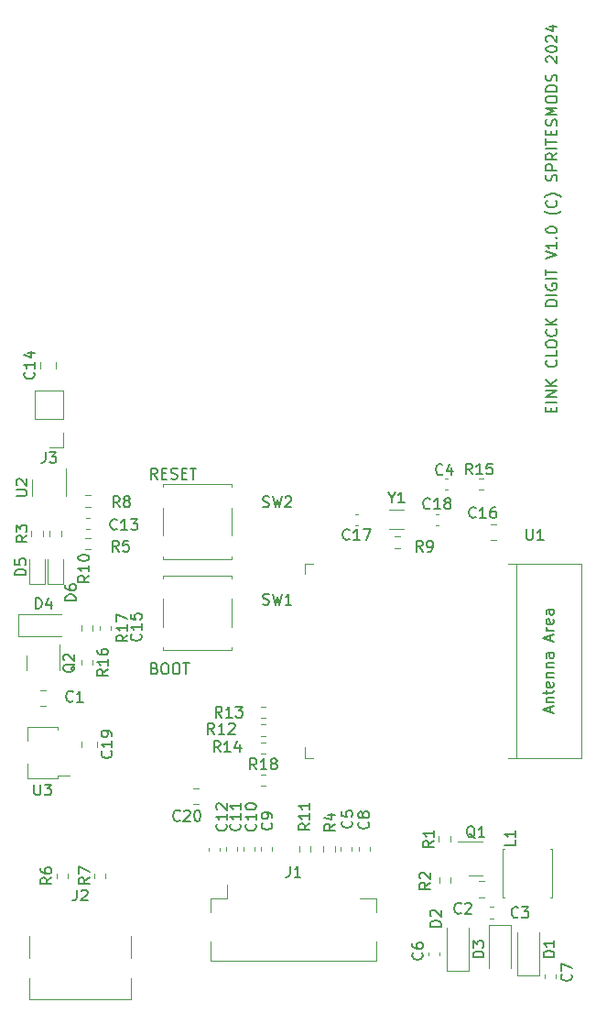
<source format=gbr>
%TF.GenerationSoftware,KiCad,Pcbnew,7.0.10+dfsg-1*%
%TF.CreationDate,2024-02-28T21:18:20+08:00*%
%TF.ProjectId,eink_digit_clk,65696e6b-5f64-4696-9769-745f636c6b2e,rev?*%
%TF.SameCoordinates,Original*%
%TF.FileFunction,Legend,Top*%
%TF.FilePolarity,Positive*%
%FSLAX46Y46*%
G04 Gerber Fmt 4.6, Leading zero omitted, Abs format (unit mm)*
G04 Created by KiCad (PCBNEW 7.0.10+dfsg-1) date 2024-02-28 21:18:20*
%MOMM*%
%LPD*%
G01*
G04 APERTURE LIST*
%ADD10C,0.150000*%
%ADD11C,0.120000*%
G04 APERTURE END LIST*
D10*
X99670112Y-119346009D02*
X99812969Y-119393628D01*
X99812969Y-119393628D02*
X99860588Y-119441247D01*
X99860588Y-119441247D02*
X99908207Y-119536485D01*
X99908207Y-119536485D02*
X99908207Y-119679342D01*
X99908207Y-119679342D02*
X99860588Y-119774580D01*
X99860588Y-119774580D02*
X99812969Y-119822200D01*
X99812969Y-119822200D02*
X99717731Y-119869819D01*
X99717731Y-119869819D02*
X99336779Y-119869819D01*
X99336779Y-119869819D02*
X99336779Y-118869819D01*
X99336779Y-118869819D02*
X99670112Y-118869819D01*
X99670112Y-118869819D02*
X99765350Y-118917438D01*
X99765350Y-118917438D02*
X99812969Y-118965057D01*
X99812969Y-118965057D02*
X99860588Y-119060295D01*
X99860588Y-119060295D02*
X99860588Y-119155533D01*
X99860588Y-119155533D02*
X99812969Y-119250771D01*
X99812969Y-119250771D02*
X99765350Y-119298390D01*
X99765350Y-119298390D02*
X99670112Y-119346009D01*
X99670112Y-119346009D02*
X99336779Y-119346009D01*
X100527255Y-118869819D02*
X100717731Y-118869819D01*
X100717731Y-118869819D02*
X100812969Y-118917438D01*
X100812969Y-118917438D02*
X100908207Y-119012676D01*
X100908207Y-119012676D02*
X100955826Y-119203152D01*
X100955826Y-119203152D02*
X100955826Y-119536485D01*
X100955826Y-119536485D02*
X100908207Y-119726961D01*
X100908207Y-119726961D02*
X100812969Y-119822200D01*
X100812969Y-119822200D02*
X100717731Y-119869819D01*
X100717731Y-119869819D02*
X100527255Y-119869819D01*
X100527255Y-119869819D02*
X100432017Y-119822200D01*
X100432017Y-119822200D02*
X100336779Y-119726961D01*
X100336779Y-119726961D02*
X100289160Y-119536485D01*
X100289160Y-119536485D02*
X100289160Y-119203152D01*
X100289160Y-119203152D02*
X100336779Y-119012676D01*
X100336779Y-119012676D02*
X100432017Y-118917438D01*
X100432017Y-118917438D02*
X100527255Y-118869819D01*
X101574874Y-118869819D02*
X101765350Y-118869819D01*
X101765350Y-118869819D02*
X101860588Y-118917438D01*
X101860588Y-118917438D02*
X101955826Y-119012676D01*
X101955826Y-119012676D02*
X102003445Y-119203152D01*
X102003445Y-119203152D02*
X102003445Y-119536485D01*
X102003445Y-119536485D02*
X101955826Y-119726961D01*
X101955826Y-119726961D02*
X101860588Y-119822200D01*
X101860588Y-119822200D02*
X101765350Y-119869819D01*
X101765350Y-119869819D02*
X101574874Y-119869819D01*
X101574874Y-119869819D02*
X101479636Y-119822200D01*
X101479636Y-119822200D02*
X101384398Y-119726961D01*
X101384398Y-119726961D02*
X101336779Y-119536485D01*
X101336779Y-119536485D02*
X101336779Y-119203152D01*
X101336779Y-119203152D02*
X101384398Y-119012676D01*
X101384398Y-119012676D02*
X101479636Y-118917438D01*
X101479636Y-118917438D02*
X101574874Y-118869819D01*
X102289160Y-118869819D02*
X102860588Y-118869819D01*
X102574874Y-119869819D02*
X102574874Y-118869819D01*
X136346009Y-95663220D02*
X136346009Y-95329887D01*
X136869819Y-95187030D02*
X136869819Y-95663220D01*
X136869819Y-95663220D02*
X135869819Y-95663220D01*
X135869819Y-95663220D02*
X135869819Y-95187030D01*
X136869819Y-94758458D02*
X135869819Y-94758458D01*
X136869819Y-94282268D02*
X135869819Y-94282268D01*
X135869819Y-94282268D02*
X136869819Y-93710840D01*
X136869819Y-93710840D02*
X135869819Y-93710840D01*
X136869819Y-93234649D02*
X135869819Y-93234649D01*
X136869819Y-92663221D02*
X136298390Y-93091792D01*
X135869819Y-92663221D02*
X136441247Y-93234649D01*
X136774580Y-90901316D02*
X136822200Y-90948935D01*
X136822200Y-90948935D02*
X136869819Y-91091792D01*
X136869819Y-91091792D02*
X136869819Y-91187030D01*
X136869819Y-91187030D02*
X136822200Y-91329887D01*
X136822200Y-91329887D02*
X136726961Y-91425125D01*
X136726961Y-91425125D02*
X136631723Y-91472744D01*
X136631723Y-91472744D02*
X136441247Y-91520363D01*
X136441247Y-91520363D02*
X136298390Y-91520363D01*
X136298390Y-91520363D02*
X136107914Y-91472744D01*
X136107914Y-91472744D02*
X136012676Y-91425125D01*
X136012676Y-91425125D02*
X135917438Y-91329887D01*
X135917438Y-91329887D02*
X135869819Y-91187030D01*
X135869819Y-91187030D02*
X135869819Y-91091792D01*
X135869819Y-91091792D02*
X135917438Y-90948935D01*
X135917438Y-90948935D02*
X135965057Y-90901316D01*
X136869819Y-89996554D02*
X136869819Y-90472744D01*
X136869819Y-90472744D02*
X135869819Y-90472744D01*
X135869819Y-89472744D02*
X135869819Y-89282268D01*
X135869819Y-89282268D02*
X135917438Y-89187030D01*
X135917438Y-89187030D02*
X136012676Y-89091792D01*
X136012676Y-89091792D02*
X136203152Y-89044173D01*
X136203152Y-89044173D02*
X136536485Y-89044173D01*
X136536485Y-89044173D02*
X136726961Y-89091792D01*
X136726961Y-89091792D02*
X136822200Y-89187030D01*
X136822200Y-89187030D02*
X136869819Y-89282268D01*
X136869819Y-89282268D02*
X136869819Y-89472744D01*
X136869819Y-89472744D02*
X136822200Y-89567982D01*
X136822200Y-89567982D02*
X136726961Y-89663220D01*
X136726961Y-89663220D02*
X136536485Y-89710839D01*
X136536485Y-89710839D02*
X136203152Y-89710839D01*
X136203152Y-89710839D02*
X136012676Y-89663220D01*
X136012676Y-89663220D02*
X135917438Y-89567982D01*
X135917438Y-89567982D02*
X135869819Y-89472744D01*
X136774580Y-88044173D02*
X136822200Y-88091792D01*
X136822200Y-88091792D02*
X136869819Y-88234649D01*
X136869819Y-88234649D02*
X136869819Y-88329887D01*
X136869819Y-88329887D02*
X136822200Y-88472744D01*
X136822200Y-88472744D02*
X136726961Y-88567982D01*
X136726961Y-88567982D02*
X136631723Y-88615601D01*
X136631723Y-88615601D02*
X136441247Y-88663220D01*
X136441247Y-88663220D02*
X136298390Y-88663220D01*
X136298390Y-88663220D02*
X136107914Y-88615601D01*
X136107914Y-88615601D02*
X136012676Y-88567982D01*
X136012676Y-88567982D02*
X135917438Y-88472744D01*
X135917438Y-88472744D02*
X135869819Y-88329887D01*
X135869819Y-88329887D02*
X135869819Y-88234649D01*
X135869819Y-88234649D02*
X135917438Y-88091792D01*
X135917438Y-88091792D02*
X135965057Y-88044173D01*
X136869819Y-87615601D02*
X135869819Y-87615601D01*
X136869819Y-87044173D02*
X136298390Y-87472744D01*
X135869819Y-87044173D02*
X136441247Y-87615601D01*
X136869819Y-85853696D02*
X135869819Y-85853696D01*
X135869819Y-85853696D02*
X135869819Y-85615601D01*
X135869819Y-85615601D02*
X135917438Y-85472744D01*
X135917438Y-85472744D02*
X136012676Y-85377506D01*
X136012676Y-85377506D02*
X136107914Y-85329887D01*
X136107914Y-85329887D02*
X136298390Y-85282268D01*
X136298390Y-85282268D02*
X136441247Y-85282268D01*
X136441247Y-85282268D02*
X136631723Y-85329887D01*
X136631723Y-85329887D02*
X136726961Y-85377506D01*
X136726961Y-85377506D02*
X136822200Y-85472744D01*
X136822200Y-85472744D02*
X136869819Y-85615601D01*
X136869819Y-85615601D02*
X136869819Y-85853696D01*
X136869819Y-84853696D02*
X135869819Y-84853696D01*
X135917438Y-83853697D02*
X135869819Y-83948935D01*
X135869819Y-83948935D02*
X135869819Y-84091792D01*
X135869819Y-84091792D02*
X135917438Y-84234649D01*
X135917438Y-84234649D02*
X136012676Y-84329887D01*
X136012676Y-84329887D02*
X136107914Y-84377506D01*
X136107914Y-84377506D02*
X136298390Y-84425125D01*
X136298390Y-84425125D02*
X136441247Y-84425125D01*
X136441247Y-84425125D02*
X136631723Y-84377506D01*
X136631723Y-84377506D02*
X136726961Y-84329887D01*
X136726961Y-84329887D02*
X136822200Y-84234649D01*
X136822200Y-84234649D02*
X136869819Y-84091792D01*
X136869819Y-84091792D02*
X136869819Y-83996554D01*
X136869819Y-83996554D02*
X136822200Y-83853697D01*
X136822200Y-83853697D02*
X136774580Y-83806078D01*
X136774580Y-83806078D02*
X136441247Y-83806078D01*
X136441247Y-83806078D02*
X136441247Y-83996554D01*
X136869819Y-83377506D02*
X135869819Y-83377506D01*
X135869819Y-83044173D02*
X135869819Y-82472745D01*
X136869819Y-82758459D02*
X135869819Y-82758459D01*
X135869819Y-81520363D02*
X136869819Y-81187030D01*
X136869819Y-81187030D02*
X135869819Y-80853697D01*
X136869819Y-79996554D02*
X136869819Y-80567982D01*
X136869819Y-80282268D02*
X135869819Y-80282268D01*
X135869819Y-80282268D02*
X136012676Y-80377506D01*
X136012676Y-80377506D02*
X136107914Y-80472744D01*
X136107914Y-80472744D02*
X136155533Y-80567982D01*
X136774580Y-79567982D02*
X136822200Y-79520363D01*
X136822200Y-79520363D02*
X136869819Y-79567982D01*
X136869819Y-79567982D02*
X136822200Y-79615601D01*
X136822200Y-79615601D02*
X136774580Y-79567982D01*
X136774580Y-79567982D02*
X136869819Y-79567982D01*
X135869819Y-78901316D02*
X135869819Y-78806078D01*
X135869819Y-78806078D02*
X135917438Y-78710840D01*
X135917438Y-78710840D02*
X135965057Y-78663221D01*
X135965057Y-78663221D02*
X136060295Y-78615602D01*
X136060295Y-78615602D02*
X136250771Y-78567983D01*
X136250771Y-78567983D02*
X136488866Y-78567983D01*
X136488866Y-78567983D02*
X136679342Y-78615602D01*
X136679342Y-78615602D02*
X136774580Y-78663221D01*
X136774580Y-78663221D02*
X136822200Y-78710840D01*
X136822200Y-78710840D02*
X136869819Y-78806078D01*
X136869819Y-78806078D02*
X136869819Y-78901316D01*
X136869819Y-78901316D02*
X136822200Y-78996554D01*
X136822200Y-78996554D02*
X136774580Y-79044173D01*
X136774580Y-79044173D02*
X136679342Y-79091792D01*
X136679342Y-79091792D02*
X136488866Y-79139411D01*
X136488866Y-79139411D02*
X136250771Y-79139411D01*
X136250771Y-79139411D02*
X136060295Y-79091792D01*
X136060295Y-79091792D02*
X135965057Y-79044173D01*
X135965057Y-79044173D02*
X135917438Y-78996554D01*
X135917438Y-78996554D02*
X135869819Y-78901316D01*
X137250771Y-77091792D02*
X137203152Y-77139411D01*
X137203152Y-77139411D02*
X137060295Y-77234649D01*
X137060295Y-77234649D02*
X136965057Y-77282268D01*
X136965057Y-77282268D02*
X136822200Y-77329887D01*
X136822200Y-77329887D02*
X136584104Y-77377506D01*
X136584104Y-77377506D02*
X136393628Y-77377506D01*
X136393628Y-77377506D02*
X136155533Y-77329887D01*
X136155533Y-77329887D02*
X136012676Y-77282268D01*
X136012676Y-77282268D02*
X135917438Y-77234649D01*
X135917438Y-77234649D02*
X135774580Y-77139411D01*
X135774580Y-77139411D02*
X135726961Y-77091792D01*
X136774580Y-76139411D02*
X136822200Y-76187030D01*
X136822200Y-76187030D02*
X136869819Y-76329887D01*
X136869819Y-76329887D02*
X136869819Y-76425125D01*
X136869819Y-76425125D02*
X136822200Y-76567982D01*
X136822200Y-76567982D02*
X136726961Y-76663220D01*
X136726961Y-76663220D02*
X136631723Y-76710839D01*
X136631723Y-76710839D02*
X136441247Y-76758458D01*
X136441247Y-76758458D02*
X136298390Y-76758458D01*
X136298390Y-76758458D02*
X136107914Y-76710839D01*
X136107914Y-76710839D02*
X136012676Y-76663220D01*
X136012676Y-76663220D02*
X135917438Y-76567982D01*
X135917438Y-76567982D02*
X135869819Y-76425125D01*
X135869819Y-76425125D02*
X135869819Y-76329887D01*
X135869819Y-76329887D02*
X135917438Y-76187030D01*
X135917438Y-76187030D02*
X135965057Y-76139411D01*
X137250771Y-75806077D02*
X137203152Y-75758458D01*
X137203152Y-75758458D02*
X137060295Y-75663220D01*
X137060295Y-75663220D02*
X136965057Y-75615601D01*
X136965057Y-75615601D02*
X136822200Y-75567982D01*
X136822200Y-75567982D02*
X136584104Y-75520363D01*
X136584104Y-75520363D02*
X136393628Y-75520363D01*
X136393628Y-75520363D02*
X136155533Y-75567982D01*
X136155533Y-75567982D02*
X136012676Y-75615601D01*
X136012676Y-75615601D02*
X135917438Y-75663220D01*
X135917438Y-75663220D02*
X135774580Y-75758458D01*
X135774580Y-75758458D02*
X135726961Y-75806077D01*
X136822200Y-74329886D02*
X136869819Y-74187029D01*
X136869819Y-74187029D02*
X136869819Y-73948934D01*
X136869819Y-73948934D02*
X136822200Y-73853696D01*
X136822200Y-73853696D02*
X136774580Y-73806077D01*
X136774580Y-73806077D02*
X136679342Y-73758458D01*
X136679342Y-73758458D02*
X136584104Y-73758458D01*
X136584104Y-73758458D02*
X136488866Y-73806077D01*
X136488866Y-73806077D02*
X136441247Y-73853696D01*
X136441247Y-73853696D02*
X136393628Y-73948934D01*
X136393628Y-73948934D02*
X136346009Y-74139410D01*
X136346009Y-74139410D02*
X136298390Y-74234648D01*
X136298390Y-74234648D02*
X136250771Y-74282267D01*
X136250771Y-74282267D02*
X136155533Y-74329886D01*
X136155533Y-74329886D02*
X136060295Y-74329886D01*
X136060295Y-74329886D02*
X135965057Y-74282267D01*
X135965057Y-74282267D02*
X135917438Y-74234648D01*
X135917438Y-74234648D02*
X135869819Y-74139410D01*
X135869819Y-74139410D02*
X135869819Y-73901315D01*
X135869819Y-73901315D02*
X135917438Y-73758458D01*
X136869819Y-73329886D02*
X135869819Y-73329886D01*
X135869819Y-73329886D02*
X135869819Y-72948934D01*
X135869819Y-72948934D02*
X135917438Y-72853696D01*
X135917438Y-72853696D02*
X135965057Y-72806077D01*
X135965057Y-72806077D02*
X136060295Y-72758458D01*
X136060295Y-72758458D02*
X136203152Y-72758458D01*
X136203152Y-72758458D02*
X136298390Y-72806077D01*
X136298390Y-72806077D02*
X136346009Y-72853696D01*
X136346009Y-72853696D02*
X136393628Y-72948934D01*
X136393628Y-72948934D02*
X136393628Y-73329886D01*
X136869819Y-71758458D02*
X136393628Y-72091791D01*
X136869819Y-72329886D02*
X135869819Y-72329886D01*
X135869819Y-72329886D02*
X135869819Y-71948934D01*
X135869819Y-71948934D02*
X135917438Y-71853696D01*
X135917438Y-71853696D02*
X135965057Y-71806077D01*
X135965057Y-71806077D02*
X136060295Y-71758458D01*
X136060295Y-71758458D02*
X136203152Y-71758458D01*
X136203152Y-71758458D02*
X136298390Y-71806077D01*
X136298390Y-71806077D02*
X136346009Y-71853696D01*
X136346009Y-71853696D02*
X136393628Y-71948934D01*
X136393628Y-71948934D02*
X136393628Y-72329886D01*
X136869819Y-71329886D02*
X135869819Y-71329886D01*
X135869819Y-70996553D02*
X135869819Y-70425125D01*
X136869819Y-70710839D02*
X135869819Y-70710839D01*
X136346009Y-70091791D02*
X136346009Y-69758458D01*
X136869819Y-69615601D02*
X136869819Y-70091791D01*
X136869819Y-70091791D02*
X135869819Y-70091791D01*
X135869819Y-70091791D02*
X135869819Y-69615601D01*
X136822200Y-69234648D02*
X136869819Y-69091791D01*
X136869819Y-69091791D02*
X136869819Y-68853696D01*
X136869819Y-68853696D02*
X136822200Y-68758458D01*
X136822200Y-68758458D02*
X136774580Y-68710839D01*
X136774580Y-68710839D02*
X136679342Y-68663220D01*
X136679342Y-68663220D02*
X136584104Y-68663220D01*
X136584104Y-68663220D02*
X136488866Y-68710839D01*
X136488866Y-68710839D02*
X136441247Y-68758458D01*
X136441247Y-68758458D02*
X136393628Y-68853696D01*
X136393628Y-68853696D02*
X136346009Y-69044172D01*
X136346009Y-69044172D02*
X136298390Y-69139410D01*
X136298390Y-69139410D02*
X136250771Y-69187029D01*
X136250771Y-69187029D02*
X136155533Y-69234648D01*
X136155533Y-69234648D02*
X136060295Y-69234648D01*
X136060295Y-69234648D02*
X135965057Y-69187029D01*
X135965057Y-69187029D02*
X135917438Y-69139410D01*
X135917438Y-69139410D02*
X135869819Y-69044172D01*
X135869819Y-69044172D02*
X135869819Y-68806077D01*
X135869819Y-68806077D02*
X135917438Y-68663220D01*
X136869819Y-68234648D02*
X135869819Y-68234648D01*
X135869819Y-68234648D02*
X136584104Y-67901315D01*
X136584104Y-67901315D02*
X135869819Y-67567982D01*
X135869819Y-67567982D02*
X136869819Y-67567982D01*
X135869819Y-66901315D02*
X135869819Y-66710839D01*
X135869819Y-66710839D02*
X135917438Y-66615601D01*
X135917438Y-66615601D02*
X136012676Y-66520363D01*
X136012676Y-66520363D02*
X136203152Y-66472744D01*
X136203152Y-66472744D02*
X136536485Y-66472744D01*
X136536485Y-66472744D02*
X136726961Y-66520363D01*
X136726961Y-66520363D02*
X136822200Y-66615601D01*
X136822200Y-66615601D02*
X136869819Y-66710839D01*
X136869819Y-66710839D02*
X136869819Y-66901315D01*
X136869819Y-66901315D02*
X136822200Y-66996553D01*
X136822200Y-66996553D02*
X136726961Y-67091791D01*
X136726961Y-67091791D02*
X136536485Y-67139410D01*
X136536485Y-67139410D02*
X136203152Y-67139410D01*
X136203152Y-67139410D02*
X136012676Y-67091791D01*
X136012676Y-67091791D02*
X135917438Y-66996553D01*
X135917438Y-66996553D02*
X135869819Y-66901315D01*
X136869819Y-66044172D02*
X135869819Y-66044172D01*
X135869819Y-66044172D02*
X135869819Y-65806077D01*
X135869819Y-65806077D02*
X135917438Y-65663220D01*
X135917438Y-65663220D02*
X136012676Y-65567982D01*
X136012676Y-65567982D02*
X136107914Y-65520363D01*
X136107914Y-65520363D02*
X136298390Y-65472744D01*
X136298390Y-65472744D02*
X136441247Y-65472744D01*
X136441247Y-65472744D02*
X136631723Y-65520363D01*
X136631723Y-65520363D02*
X136726961Y-65567982D01*
X136726961Y-65567982D02*
X136822200Y-65663220D01*
X136822200Y-65663220D02*
X136869819Y-65806077D01*
X136869819Y-65806077D02*
X136869819Y-66044172D01*
X136822200Y-65091791D02*
X136869819Y-64948934D01*
X136869819Y-64948934D02*
X136869819Y-64710839D01*
X136869819Y-64710839D02*
X136822200Y-64615601D01*
X136822200Y-64615601D02*
X136774580Y-64567982D01*
X136774580Y-64567982D02*
X136679342Y-64520363D01*
X136679342Y-64520363D02*
X136584104Y-64520363D01*
X136584104Y-64520363D02*
X136488866Y-64567982D01*
X136488866Y-64567982D02*
X136441247Y-64615601D01*
X136441247Y-64615601D02*
X136393628Y-64710839D01*
X136393628Y-64710839D02*
X136346009Y-64901315D01*
X136346009Y-64901315D02*
X136298390Y-64996553D01*
X136298390Y-64996553D02*
X136250771Y-65044172D01*
X136250771Y-65044172D02*
X136155533Y-65091791D01*
X136155533Y-65091791D02*
X136060295Y-65091791D01*
X136060295Y-65091791D02*
X135965057Y-65044172D01*
X135965057Y-65044172D02*
X135917438Y-64996553D01*
X135917438Y-64996553D02*
X135869819Y-64901315D01*
X135869819Y-64901315D02*
X135869819Y-64663220D01*
X135869819Y-64663220D02*
X135917438Y-64520363D01*
X135965057Y-63377505D02*
X135917438Y-63329886D01*
X135917438Y-63329886D02*
X135869819Y-63234648D01*
X135869819Y-63234648D02*
X135869819Y-62996553D01*
X135869819Y-62996553D02*
X135917438Y-62901315D01*
X135917438Y-62901315D02*
X135965057Y-62853696D01*
X135965057Y-62853696D02*
X136060295Y-62806077D01*
X136060295Y-62806077D02*
X136155533Y-62806077D01*
X136155533Y-62806077D02*
X136298390Y-62853696D01*
X136298390Y-62853696D02*
X136869819Y-63425124D01*
X136869819Y-63425124D02*
X136869819Y-62806077D01*
X135869819Y-62187029D02*
X135869819Y-62091791D01*
X135869819Y-62091791D02*
X135917438Y-61996553D01*
X135917438Y-61996553D02*
X135965057Y-61948934D01*
X135965057Y-61948934D02*
X136060295Y-61901315D01*
X136060295Y-61901315D02*
X136250771Y-61853696D01*
X136250771Y-61853696D02*
X136488866Y-61853696D01*
X136488866Y-61853696D02*
X136679342Y-61901315D01*
X136679342Y-61901315D02*
X136774580Y-61948934D01*
X136774580Y-61948934D02*
X136822200Y-61996553D01*
X136822200Y-61996553D02*
X136869819Y-62091791D01*
X136869819Y-62091791D02*
X136869819Y-62187029D01*
X136869819Y-62187029D02*
X136822200Y-62282267D01*
X136822200Y-62282267D02*
X136774580Y-62329886D01*
X136774580Y-62329886D02*
X136679342Y-62377505D01*
X136679342Y-62377505D02*
X136488866Y-62425124D01*
X136488866Y-62425124D02*
X136250771Y-62425124D01*
X136250771Y-62425124D02*
X136060295Y-62377505D01*
X136060295Y-62377505D02*
X135965057Y-62329886D01*
X135965057Y-62329886D02*
X135917438Y-62282267D01*
X135917438Y-62282267D02*
X135869819Y-62187029D01*
X135965057Y-61472743D02*
X135917438Y-61425124D01*
X135917438Y-61425124D02*
X135869819Y-61329886D01*
X135869819Y-61329886D02*
X135869819Y-61091791D01*
X135869819Y-61091791D02*
X135917438Y-60996553D01*
X135917438Y-60996553D02*
X135965057Y-60948934D01*
X135965057Y-60948934D02*
X136060295Y-60901315D01*
X136060295Y-60901315D02*
X136155533Y-60901315D01*
X136155533Y-60901315D02*
X136298390Y-60948934D01*
X136298390Y-60948934D02*
X136869819Y-61520362D01*
X136869819Y-61520362D02*
X136869819Y-60901315D01*
X136203152Y-60044172D02*
X136869819Y-60044172D01*
X135822200Y-60282267D02*
X136536485Y-60520362D01*
X136536485Y-60520362D02*
X136536485Y-59901315D01*
X99908207Y-101869819D02*
X99574874Y-101393628D01*
X99336779Y-101869819D02*
X99336779Y-100869819D01*
X99336779Y-100869819D02*
X99717731Y-100869819D01*
X99717731Y-100869819D02*
X99812969Y-100917438D01*
X99812969Y-100917438D02*
X99860588Y-100965057D01*
X99860588Y-100965057D02*
X99908207Y-101060295D01*
X99908207Y-101060295D02*
X99908207Y-101203152D01*
X99908207Y-101203152D02*
X99860588Y-101298390D01*
X99860588Y-101298390D02*
X99812969Y-101346009D01*
X99812969Y-101346009D02*
X99717731Y-101393628D01*
X99717731Y-101393628D02*
X99336779Y-101393628D01*
X100336779Y-101346009D02*
X100670112Y-101346009D01*
X100812969Y-101869819D02*
X100336779Y-101869819D01*
X100336779Y-101869819D02*
X100336779Y-100869819D01*
X100336779Y-100869819D02*
X100812969Y-100869819D01*
X101193922Y-101822200D02*
X101336779Y-101869819D01*
X101336779Y-101869819D02*
X101574874Y-101869819D01*
X101574874Y-101869819D02*
X101670112Y-101822200D01*
X101670112Y-101822200D02*
X101717731Y-101774580D01*
X101717731Y-101774580D02*
X101765350Y-101679342D01*
X101765350Y-101679342D02*
X101765350Y-101584104D01*
X101765350Y-101584104D02*
X101717731Y-101488866D01*
X101717731Y-101488866D02*
X101670112Y-101441247D01*
X101670112Y-101441247D02*
X101574874Y-101393628D01*
X101574874Y-101393628D02*
X101384398Y-101346009D01*
X101384398Y-101346009D02*
X101289160Y-101298390D01*
X101289160Y-101298390D02*
X101241541Y-101250771D01*
X101241541Y-101250771D02*
X101193922Y-101155533D01*
X101193922Y-101155533D02*
X101193922Y-101060295D01*
X101193922Y-101060295D02*
X101241541Y-100965057D01*
X101241541Y-100965057D02*
X101289160Y-100917438D01*
X101289160Y-100917438D02*
X101384398Y-100869819D01*
X101384398Y-100869819D02*
X101622493Y-100869819D01*
X101622493Y-100869819D02*
X101765350Y-100917438D01*
X102193922Y-101346009D02*
X102527255Y-101346009D01*
X102670112Y-101869819D02*
X102193922Y-101869819D01*
X102193922Y-101869819D02*
X102193922Y-100869819D01*
X102193922Y-100869819D02*
X102670112Y-100869819D01*
X102955827Y-100869819D02*
X103527255Y-100869819D01*
X103241541Y-101869819D02*
X103241541Y-100869819D01*
X98359580Y-116167857D02*
X98407200Y-116215476D01*
X98407200Y-116215476D02*
X98454819Y-116358333D01*
X98454819Y-116358333D02*
X98454819Y-116453571D01*
X98454819Y-116453571D02*
X98407200Y-116596428D01*
X98407200Y-116596428D02*
X98311961Y-116691666D01*
X98311961Y-116691666D02*
X98216723Y-116739285D01*
X98216723Y-116739285D02*
X98026247Y-116786904D01*
X98026247Y-116786904D02*
X97883390Y-116786904D01*
X97883390Y-116786904D02*
X97692914Y-116739285D01*
X97692914Y-116739285D02*
X97597676Y-116691666D01*
X97597676Y-116691666D02*
X97502438Y-116596428D01*
X97502438Y-116596428D02*
X97454819Y-116453571D01*
X97454819Y-116453571D02*
X97454819Y-116358333D01*
X97454819Y-116358333D02*
X97502438Y-116215476D01*
X97502438Y-116215476D02*
X97550057Y-116167857D01*
X98454819Y-115215476D02*
X98454819Y-115786904D01*
X98454819Y-115501190D02*
X97454819Y-115501190D01*
X97454819Y-115501190D02*
X97597676Y-115596428D01*
X97597676Y-115596428D02*
X97692914Y-115691666D01*
X97692914Y-115691666D02*
X97740533Y-115786904D01*
X97454819Y-114310714D02*
X97454819Y-114786904D01*
X97454819Y-114786904D02*
X97931009Y-114834523D01*
X97931009Y-114834523D02*
X97883390Y-114786904D01*
X97883390Y-114786904D02*
X97835771Y-114691666D01*
X97835771Y-114691666D02*
X97835771Y-114453571D01*
X97835771Y-114453571D02*
X97883390Y-114358333D01*
X97883390Y-114358333D02*
X97931009Y-114310714D01*
X97931009Y-114310714D02*
X98026247Y-114263095D01*
X98026247Y-114263095D02*
X98264342Y-114263095D01*
X98264342Y-114263095D02*
X98359580Y-114310714D01*
X98359580Y-114310714D02*
X98407200Y-114358333D01*
X98407200Y-114358333D02*
X98454819Y-114453571D01*
X98454819Y-114453571D02*
X98454819Y-114691666D01*
X98454819Y-114691666D02*
X98407200Y-114786904D01*
X98407200Y-114786904D02*
X98359580Y-114834523D01*
X119399580Y-133539166D02*
X119447200Y-133586785D01*
X119447200Y-133586785D02*
X119494819Y-133729642D01*
X119494819Y-133729642D02*
X119494819Y-133824880D01*
X119494819Y-133824880D02*
X119447200Y-133967737D01*
X119447200Y-133967737D02*
X119351961Y-134062975D01*
X119351961Y-134062975D02*
X119256723Y-134110594D01*
X119256723Y-134110594D02*
X119066247Y-134158213D01*
X119066247Y-134158213D02*
X118923390Y-134158213D01*
X118923390Y-134158213D02*
X118732914Y-134110594D01*
X118732914Y-134110594D02*
X118637676Y-134062975D01*
X118637676Y-134062975D02*
X118542438Y-133967737D01*
X118542438Y-133967737D02*
X118494819Y-133824880D01*
X118494819Y-133824880D02*
X118494819Y-133729642D01*
X118494819Y-133729642D02*
X118542438Y-133586785D01*
X118542438Y-133586785D02*
X118590057Y-133539166D01*
X118923390Y-132967737D02*
X118875771Y-133062975D01*
X118875771Y-133062975D02*
X118828152Y-133110594D01*
X118828152Y-133110594D02*
X118732914Y-133158213D01*
X118732914Y-133158213D02*
X118685295Y-133158213D01*
X118685295Y-133158213D02*
X118590057Y-133110594D01*
X118590057Y-133110594D02*
X118542438Y-133062975D01*
X118542438Y-133062975D02*
X118494819Y-132967737D01*
X118494819Y-132967737D02*
X118494819Y-132777261D01*
X118494819Y-132777261D02*
X118542438Y-132682023D01*
X118542438Y-132682023D02*
X118590057Y-132634404D01*
X118590057Y-132634404D02*
X118685295Y-132586785D01*
X118685295Y-132586785D02*
X118732914Y-132586785D01*
X118732914Y-132586785D02*
X118828152Y-132634404D01*
X118828152Y-132634404D02*
X118875771Y-132682023D01*
X118875771Y-132682023D02*
X118923390Y-132777261D01*
X118923390Y-132777261D02*
X118923390Y-132967737D01*
X118923390Y-132967737D02*
X118971009Y-133062975D01*
X118971009Y-133062975D02*
X119018628Y-133110594D01*
X119018628Y-133110594D02*
X119113866Y-133158213D01*
X119113866Y-133158213D02*
X119304342Y-133158213D01*
X119304342Y-133158213D02*
X119399580Y-133110594D01*
X119399580Y-133110594D02*
X119447200Y-133062975D01*
X119447200Y-133062975D02*
X119494819Y-132967737D01*
X119494819Y-132967737D02*
X119494819Y-132777261D01*
X119494819Y-132777261D02*
X119447200Y-132682023D01*
X119447200Y-132682023D02*
X119399580Y-132634404D01*
X119399580Y-132634404D02*
X119304342Y-132586785D01*
X119304342Y-132586785D02*
X119113866Y-132586785D01*
X119113866Y-132586785D02*
X119018628Y-132634404D01*
X119018628Y-132634404D02*
X118971009Y-132682023D01*
X118971009Y-132682023D02*
X118923390Y-132777261D01*
X109082142Y-128674819D02*
X108748809Y-128198628D01*
X108510714Y-128674819D02*
X108510714Y-127674819D01*
X108510714Y-127674819D02*
X108891666Y-127674819D01*
X108891666Y-127674819D02*
X108986904Y-127722438D01*
X108986904Y-127722438D02*
X109034523Y-127770057D01*
X109034523Y-127770057D02*
X109082142Y-127865295D01*
X109082142Y-127865295D02*
X109082142Y-128008152D01*
X109082142Y-128008152D02*
X109034523Y-128103390D01*
X109034523Y-128103390D02*
X108986904Y-128151009D01*
X108986904Y-128151009D02*
X108891666Y-128198628D01*
X108891666Y-128198628D02*
X108510714Y-128198628D01*
X110034523Y-128674819D02*
X109463095Y-128674819D01*
X109748809Y-128674819D02*
X109748809Y-127674819D01*
X109748809Y-127674819D02*
X109653571Y-127817676D01*
X109653571Y-127817676D02*
X109558333Y-127912914D01*
X109558333Y-127912914D02*
X109463095Y-127960533D01*
X110605952Y-128103390D02*
X110510714Y-128055771D01*
X110510714Y-128055771D02*
X110463095Y-128008152D01*
X110463095Y-128008152D02*
X110415476Y-127912914D01*
X110415476Y-127912914D02*
X110415476Y-127865295D01*
X110415476Y-127865295D02*
X110463095Y-127770057D01*
X110463095Y-127770057D02*
X110510714Y-127722438D01*
X110510714Y-127722438D02*
X110605952Y-127674819D01*
X110605952Y-127674819D02*
X110796428Y-127674819D01*
X110796428Y-127674819D02*
X110891666Y-127722438D01*
X110891666Y-127722438D02*
X110939285Y-127770057D01*
X110939285Y-127770057D02*
X110986904Y-127865295D01*
X110986904Y-127865295D02*
X110986904Y-127912914D01*
X110986904Y-127912914D02*
X110939285Y-128008152D01*
X110939285Y-128008152D02*
X110891666Y-128055771D01*
X110891666Y-128055771D02*
X110796428Y-128103390D01*
X110796428Y-128103390D02*
X110605952Y-128103390D01*
X110605952Y-128103390D02*
X110510714Y-128151009D01*
X110510714Y-128151009D02*
X110463095Y-128198628D01*
X110463095Y-128198628D02*
X110415476Y-128293866D01*
X110415476Y-128293866D02*
X110415476Y-128484342D01*
X110415476Y-128484342D02*
X110463095Y-128579580D01*
X110463095Y-128579580D02*
X110510714Y-128627200D01*
X110510714Y-128627200D02*
X110605952Y-128674819D01*
X110605952Y-128674819D02*
X110796428Y-128674819D01*
X110796428Y-128674819D02*
X110891666Y-128627200D01*
X110891666Y-128627200D02*
X110939285Y-128579580D01*
X110939285Y-128579580D02*
X110986904Y-128484342D01*
X110986904Y-128484342D02*
X110986904Y-128293866D01*
X110986904Y-128293866D02*
X110939285Y-128198628D01*
X110939285Y-128198628D02*
X110891666Y-128151009D01*
X110891666Y-128151009D02*
X110796428Y-128103390D01*
X129279761Y-135025057D02*
X129184523Y-134977438D01*
X129184523Y-134977438D02*
X129089285Y-134882200D01*
X129089285Y-134882200D02*
X128946428Y-134739342D01*
X128946428Y-134739342D02*
X128851190Y-134691723D01*
X128851190Y-134691723D02*
X128755952Y-134691723D01*
X128803571Y-134929819D02*
X128708333Y-134882200D01*
X128708333Y-134882200D02*
X128613095Y-134786961D01*
X128613095Y-134786961D02*
X128565476Y-134596485D01*
X128565476Y-134596485D02*
X128565476Y-134263152D01*
X128565476Y-134263152D02*
X128613095Y-134072676D01*
X128613095Y-134072676D02*
X128708333Y-133977438D01*
X128708333Y-133977438D02*
X128803571Y-133929819D01*
X128803571Y-133929819D02*
X128994047Y-133929819D01*
X128994047Y-133929819D02*
X129089285Y-133977438D01*
X129089285Y-133977438D02*
X129184523Y-134072676D01*
X129184523Y-134072676D02*
X129232142Y-134263152D01*
X129232142Y-134263152D02*
X129232142Y-134596485D01*
X129232142Y-134596485D02*
X129184523Y-134786961D01*
X129184523Y-134786961D02*
X129089285Y-134882200D01*
X129089285Y-134882200D02*
X128994047Y-134929819D01*
X128994047Y-134929819D02*
X128803571Y-134929819D01*
X130184523Y-134929819D02*
X129613095Y-134929819D01*
X129898809Y-134929819D02*
X129898809Y-133929819D01*
X129898809Y-133929819D02*
X129803571Y-134072676D01*
X129803571Y-134072676D02*
X129708333Y-134167914D01*
X129708333Y-134167914D02*
X129613095Y-134215533D01*
X93624819Y-138666666D02*
X93148628Y-138999999D01*
X93624819Y-139238094D02*
X92624819Y-139238094D01*
X92624819Y-139238094D02*
X92624819Y-138857142D01*
X92624819Y-138857142D02*
X92672438Y-138761904D01*
X92672438Y-138761904D02*
X92720057Y-138714285D01*
X92720057Y-138714285D02*
X92815295Y-138666666D01*
X92815295Y-138666666D02*
X92958152Y-138666666D01*
X92958152Y-138666666D02*
X93053390Y-138714285D01*
X93053390Y-138714285D02*
X93101009Y-138761904D01*
X93101009Y-138761904D02*
X93148628Y-138857142D01*
X93148628Y-138857142D02*
X93148628Y-139238094D01*
X92624819Y-138333332D02*
X92624819Y-137666666D01*
X92624819Y-137666666D02*
X93624819Y-138095237D01*
X87754819Y-110738094D02*
X86754819Y-110738094D01*
X86754819Y-110738094D02*
X86754819Y-110499999D01*
X86754819Y-110499999D02*
X86802438Y-110357142D01*
X86802438Y-110357142D02*
X86897676Y-110261904D01*
X86897676Y-110261904D02*
X86992914Y-110214285D01*
X86992914Y-110214285D02*
X87183390Y-110166666D01*
X87183390Y-110166666D02*
X87326247Y-110166666D01*
X87326247Y-110166666D02*
X87516723Y-110214285D01*
X87516723Y-110214285D02*
X87611961Y-110261904D01*
X87611961Y-110261904D02*
X87707200Y-110357142D01*
X87707200Y-110357142D02*
X87754819Y-110499999D01*
X87754819Y-110499999D02*
X87754819Y-110738094D01*
X86754819Y-109261904D02*
X86754819Y-109738094D01*
X86754819Y-109738094D02*
X87231009Y-109785713D01*
X87231009Y-109785713D02*
X87183390Y-109738094D01*
X87183390Y-109738094D02*
X87135771Y-109642856D01*
X87135771Y-109642856D02*
X87135771Y-109404761D01*
X87135771Y-109404761D02*
X87183390Y-109309523D01*
X87183390Y-109309523D02*
X87231009Y-109261904D01*
X87231009Y-109261904D02*
X87326247Y-109214285D01*
X87326247Y-109214285D02*
X87564342Y-109214285D01*
X87564342Y-109214285D02*
X87659580Y-109261904D01*
X87659580Y-109261904D02*
X87707200Y-109309523D01*
X87707200Y-109309523D02*
X87754819Y-109404761D01*
X87754819Y-109404761D02*
X87754819Y-109642856D01*
X87754819Y-109642856D02*
X87707200Y-109738094D01*
X87707200Y-109738094D02*
X87659580Y-109785713D01*
X90124819Y-138666666D02*
X89648628Y-138999999D01*
X90124819Y-139238094D02*
X89124819Y-139238094D01*
X89124819Y-139238094D02*
X89124819Y-138857142D01*
X89124819Y-138857142D02*
X89172438Y-138761904D01*
X89172438Y-138761904D02*
X89220057Y-138714285D01*
X89220057Y-138714285D02*
X89315295Y-138666666D01*
X89315295Y-138666666D02*
X89458152Y-138666666D01*
X89458152Y-138666666D02*
X89553390Y-138714285D01*
X89553390Y-138714285D02*
X89601009Y-138761904D01*
X89601009Y-138761904D02*
X89648628Y-138857142D01*
X89648628Y-138857142D02*
X89648628Y-139238094D01*
X89124819Y-137809523D02*
X89124819Y-137999999D01*
X89124819Y-137999999D02*
X89172438Y-138095237D01*
X89172438Y-138095237D02*
X89220057Y-138142856D01*
X89220057Y-138142856D02*
X89362914Y-138238094D01*
X89362914Y-138238094D02*
X89553390Y-138285713D01*
X89553390Y-138285713D02*
X89934342Y-138285713D01*
X89934342Y-138285713D02*
X90029580Y-138238094D01*
X90029580Y-138238094D02*
X90077200Y-138190475D01*
X90077200Y-138190475D02*
X90124819Y-138095237D01*
X90124819Y-138095237D02*
X90124819Y-137904761D01*
X90124819Y-137904761D02*
X90077200Y-137809523D01*
X90077200Y-137809523D02*
X90029580Y-137761904D01*
X90029580Y-137761904D02*
X89934342Y-137714285D01*
X89934342Y-137714285D02*
X89696247Y-137714285D01*
X89696247Y-137714285D02*
X89601009Y-137761904D01*
X89601009Y-137761904D02*
X89553390Y-137809523D01*
X89553390Y-137809523D02*
X89505771Y-137904761D01*
X89505771Y-137904761D02*
X89505771Y-138095237D01*
X89505771Y-138095237D02*
X89553390Y-138190475D01*
X89553390Y-138190475D02*
X89601009Y-138238094D01*
X89601009Y-138238094D02*
X89696247Y-138285713D01*
X133283333Y-142284580D02*
X133235714Y-142332200D01*
X133235714Y-142332200D02*
X133092857Y-142379819D01*
X133092857Y-142379819D02*
X132997619Y-142379819D01*
X132997619Y-142379819D02*
X132854762Y-142332200D01*
X132854762Y-142332200D02*
X132759524Y-142236961D01*
X132759524Y-142236961D02*
X132711905Y-142141723D01*
X132711905Y-142141723D02*
X132664286Y-141951247D01*
X132664286Y-141951247D02*
X132664286Y-141808390D01*
X132664286Y-141808390D02*
X132711905Y-141617914D01*
X132711905Y-141617914D02*
X132759524Y-141522676D01*
X132759524Y-141522676D02*
X132854762Y-141427438D01*
X132854762Y-141427438D02*
X132997619Y-141379819D01*
X132997619Y-141379819D02*
X133092857Y-141379819D01*
X133092857Y-141379819D02*
X133235714Y-141427438D01*
X133235714Y-141427438D02*
X133283333Y-141475057D01*
X133616667Y-141379819D02*
X134235714Y-141379819D01*
X134235714Y-141379819D02*
X133902381Y-141760771D01*
X133902381Y-141760771D02*
X134045238Y-141760771D01*
X134045238Y-141760771D02*
X134140476Y-141808390D01*
X134140476Y-141808390D02*
X134188095Y-141856009D01*
X134188095Y-141856009D02*
X134235714Y-141951247D01*
X134235714Y-141951247D02*
X134235714Y-142189342D01*
X134235714Y-142189342D02*
X134188095Y-142284580D01*
X134188095Y-142284580D02*
X134140476Y-142332200D01*
X134140476Y-142332200D02*
X134045238Y-142379819D01*
X134045238Y-142379819D02*
X133759524Y-142379819D01*
X133759524Y-142379819D02*
X133664286Y-142332200D01*
X133664286Y-142332200D02*
X133616667Y-142284580D01*
X87854819Y-107066666D02*
X87378628Y-107399999D01*
X87854819Y-107638094D02*
X86854819Y-107638094D01*
X86854819Y-107638094D02*
X86854819Y-107257142D01*
X86854819Y-107257142D02*
X86902438Y-107161904D01*
X86902438Y-107161904D02*
X86950057Y-107114285D01*
X86950057Y-107114285D02*
X87045295Y-107066666D01*
X87045295Y-107066666D02*
X87188152Y-107066666D01*
X87188152Y-107066666D02*
X87283390Y-107114285D01*
X87283390Y-107114285D02*
X87331009Y-107161904D01*
X87331009Y-107161904D02*
X87378628Y-107257142D01*
X87378628Y-107257142D02*
X87378628Y-107638094D01*
X86854819Y-106733332D02*
X86854819Y-106114285D01*
X86854819Y-106114285D02*
X87235771Y-106447618D01*
X87235771Y-106447618D02*
X87235771Y-106304761D01*
X87235771Y-106304761D02*
X87283390Y-106209523D01*
X87283390Y-106209523D02*
X87331009Y-106161904D01*
X87331009Y-106161904D02*
X87426247Y-106114285D01*
X87426247Y-106114285D02*
X87664342Y-106114285D01*
X87664342Y-106114285D02*
X87759580Y-106161904D01*
X87759580Y-106161904D02*
X87807200Y-106209523D01*
X87807200Y-106209523D02*
X87854819Y-106304761D01*
X87854819Y-106304761D02*
X87854819Y-106590475D01*
X87854819Y-106590475D02*
X87807200Y-106685713D01*
X87807200Y-106685713D02*
X87759580Y-106733332D01*
X88661905Y-113829819D02*
X88661905Y-112829819D01*
X88661905Y-112829819D02*
X88900000Y-112829819D01*
X88900000Y-112829819D02*
X89042857Y-112877438D01*
X89042857Y-112877438D02*
X89138095Y-112972676D01*
X89138095Y-112972676D02*
X89185714Y-113067914D01*
X89185714Y-113067914D02*
X89233333Y-113258390D01*
X89233333Y-113258390D02*
X89233333Y-113401247D01*
X89233333Y-113401247D02*
X89185714Y-113591723D01*
X89185714Y-113591723D02*
X89138095Y-113686961D01*
X89138095Y-113686961D02*
X89042857Y-113782200D01*
X89042857Y-113782200D02*
X88900000Y-113829819D01*
X88900000Y-113829819D02*
X88661905Y-113829819D01*
X90090476Y-113163152D02*
X90090476Y-113829819D01*
X89852381Y-112782200D02*
X89614286Y-113496485D01*
X89614286Y-113496485D02*
X90233333Y-113496485D01*
X129032142Y-101429819D02*
X128698809Y-100953628D01*
X128460714Y-101429819D02*
X128460714Y-100429819D01*
X128460714Y-100429819D02*
X128841666Y-100429819D01*
X128841666Y-100429819D02*
X128936904Y-100477438D01*
X128936904Y-100477438D02*
X128984523Y-100525057D01*
X128984523Y-100525057D02*
X129032142Y-100620295D01*
X129032142Y-100620295D02*
X129032142Y-100763152D01*
X129032142Y-100763152D02*
X128984523Y-100858390D01*
X128984523Y-100858390D02*
X128936904Y-100906009D01*
X128936904Y-100906009D02*
X128841666Y-100953628D01*
X128841666Y-100953628D02*
X128460714Y-100953628D01*
X129984523Y-101429819D02*
X129413095Y-101429819D01*
X129698809Y-101429819D02*
X129698809Y-100429819D01*
X129698809Y-100429819D02*
X129603571Y-100572676D01*
X129603571Y-100572676D02*
X129508333Y-100667914D01*
X129508333Y-100667914D02*
X129413095Y-100715533D01*
X130889285Y-100429819D02*
X130413095Y-100429819D01*
X130413095Y-100429819D02*
X130365476Y-100906009D01*
X130365476Y-100906009D02*
X130413095Y-100858390D01*
X130413095Y-100858390D02*
X130508333Y-100810771D01*
X130508333Y-100810771D02*
X130746428Y-100810771D01*
X130746428Y-100810771D02*
X130841666Y-100858390D01*
X130841666Y-100858390D02*
X130889285Y-100906009D01*
X130889285Y-100906009D02*
X130936904Y-101001247D01*
X130936904Y-101001247D02*
X130936904Y-101239342D01*
X130936904Y-101239342D02*
X130889285Y-101334580D01*
X130889285Y-101334580D02*
X130841666Y-101382200D01*
X130841666Y-101382200D02*
X130746428Y-101429819D01*
X130746428Y-101429819D02*
X130508333Y-101429819D01*
X130508333Y-101429819D02*
X130413095Y-101382200D01*
X130413095Y-101382200D02*
X130365476Y-101334580D01*
X112166666Y-137604819D02*
X112166666Y-138319104D01*
X112166666Y-138319104D02*
X112119047Y-138461961D01*
X112119047Y-138461961D02*
X112023809Y-138557200D01*
X112023809Y-138557200D02*
X111880952Y-138604819D01*
X111880952Y-138604819D02*
X111785714Y-138604819D01*
X113166666Y-138604819D02*
X112595238Y-138604819D01*
X112880952Y-138604819D02*
X112880952Y-137604819D01*
X112880952Y-137604819D02*
X112785714Y-137747676D01*
X112785714Y-137747676D02*
X112690476Y-137842914D01*
X112690476Y-137842914D02*
X112595238Y-137890533D01*
X92379819Y-113088094D02*
X91379819Y-113088094D01*
X91379819Y-113088094D02*
X91379819Y-112849999D01*
X91379819Y-112849999D02*
X91427438Y-112707142D01*
X91427438Y-112707142D02*
X91522676Y-112611904D01*
X91522676Y-112611904D02*
X91617914Y-112564285D01*
X91617914Y-112564285D02*
X91808390Y-112516666D01*
X91808390Y-112516666D02*
X91951247Y-112516666D01*
X91951247Y-112516666D02*
X92141723Y-112564285D01*
X92141723Y-112564285D02*
X92236961Y-112611904D01*
X92236961Y-112611904D02*
X92332200Y-112707142D01*
X92332200Y-112707142D02*
X92379819Y-112849999D01*
X92379819Y-112849999D02*
X92379819Y-113088094D01*
X91379819Y-111659523D02*
X91379819Y-111849999D01*
X91379819Y-111849999D02*
X91427438Y-111945237D01*
X91427438Y-111945237D02*
X91475057Y-111992856D01*
X91475057Y-111992856D02*
X91617914Y-112088094D01*
X91617914Y-112088094D02*
X91808390Y-112135713D01*
X91808390Y-112135713D02*
X92189342Y-112135713D01*
X92189342Y-112135713D02*
X92284580Y-112088094D01*
X92284580Y-112088094D02*
X92332200Y-112040475D01*
X92332200Y-112040475D02*
X92379819Y-111945237D01*
X92379819Y-111945237D02*
X92379819Y-111754761D01*
X92379819Y-111754761D02*
X92332200Y-111659523D01*
X92332200Y-111659523D02*
X92284580Y-111611904D01*
X92284580Y-111611904D02*
X92189342Y-111564285D01*
X92189342Y-111564285D02*
X91951247Y-111564285D01*
X91951247Y-111564285D02*
X91856009Y-111611904D01*
X91856009Y-111611904D02*
X91808390Y-111659523D01*
X91808390Y-111659523D02*
X91760771Y-111754761D01*
X91760771Y-111754761D02*
X91760771Y-111945237D01*
X91760771Y-111945237D02*
X91808390Y-112040475D01*
X91808390Y-112040475D02*
X91856009Y-112088094D01*
X91856009Y-112088094D02*
X91951247Y-112135713D01*
X125499819Y-135266666D02*
X125023628Y-135599999D01*
X125499819Y-135838094D02*
X124499819Y-135838094D01*
X124499819Y-135838094D02*
X124499819Y-135457142D01*
X124499819Y-135457142D02*
X124547438Y-135361904D01*
X124547438Y-135361904D02*
X124595057Y-135314285D01*
X124595057Y-135314285D02*
X124690295Y-135266666D01*
X124690295Y-135266666D02*
X124833152Y-135266666D01*
X124833152Y-135266666D02*
X124928390Y-135314285D01*
X124928390Y-135314285D02*
X124976009Y-135361904D01*
X124976009Y-135361904D02*
X125023628Y-135457142D01*
X125023628Y-135457142D02*
X125023628Y-135838094D01*
X125499819Y-134314285D02*
X125499819Y-134885713D01*
X125499819Y-134599999D02*
X124499819Y-134599999D01*
X124499819Y-134599999D02*
X124642676Y-134695237D01*
X124642676Y-134695237D02*
X124737914Y-134790475D01*
X124737914Y-134790475D02*
X124785533Y-134885713D01*
X105182142Y-125404819D02*
X104848809Y-124928628D01*
X104610714Y-125404819D02*
X104610714Y-124404819D01*
X104610714Y-124404819D02*
X104991666Y-124404819D01*
X104991666Y-124404819D02*
X105086904Y-124452438D01*
X105086904Y-124452438D02*
X105134523Y-124500057D01*
X105134523Y-124500057D02*
X105182142Y-124595295D01*
X105182142Y-124595295D02*
X105182142Y-124738152D01*
X105182142Y-124738152D02*
X105134523Y-124833390D01*
X105134523Y-124833390D02*
X105086904Y-124881009D01*
X105086904Y-124881009D02*
X104991666Y-124928628D01*
X104991666Y-124928628D02*
X104610714Y-124928628D01*
X106134523Y-125404819D02*
X105563095Y-125404819D01*
X105848809Y-125404819D02*
X105848809Y-124404819D01*
X105848809Y-124404819D02*
X105753571Y-124547676D01*
X105753571Y-124547676D02*
X105658333Y-124642914D01*
X105658333Y-124642914D02*
X105563095Y-124690533D01*
X106515476Y-124500057D02*
X106563095Y-124452438D01*
X106563095Y-124452438D02*
X106658333Y-124404819D01*
X106658333Y-124404819D02*
X106896428Y-124404819D01*
X106896428Y-124404819D02*
X106991666Y-124452438D01*
X106991666Y-124452438D02*
X107039285Y-124500057D01*
X107039285Y-124500057D02*
X107086904Y-124595295D01*
X107086904Y-124595295D02*
X107086904Y-124690533D01*
X107086904Y-124690533D02*
X107039285Y-124833390D01*
X107039285Y-124833390D02*
X106467857Y-125404819D01*
X106467857Y-125404819D02*
X107086904Y-125404819D01*
X133029819Y-135191666D02*
X133029819Y-135667856D01*
X133029819Y-135667856D02*
X132029819Y-135667856D01*
X133029819Y-134334523D02*
X133029819Y-134905951D01*
X133029819Y-134620237D02*
X132029819Y-134620237D01*
X132029819Y-134620237D02*
X132172676Y-134715475D01*
X132172676Y-134715475D02*
X132267914Y-134810713D01*
X132267914Y-134810713D02*
X132315533Y-134905951D01*
X117682142Y-107389580D02*
X117634523Y-107437200D01*
X117634523Y-107437200D02*
X117491666Y-107484819D01*
X117491666Y-107484819D02*
X117396428Y-107484819D01*
X117396428Y-107484819D02*
X117253571Y-107437200D01*
X117253571Y-107437200D02*
X117158333Y-107341961D01*
X117158333Y-107341961D02*
X117110714Y-107246723D01*
X117110714Y-107246723D02*
X117063095Y-107056247D01*
X117063095Y-107056247D02*
X117063095Y-106913390D01*
X117063095Y-106913390D02*
X117110714Y-106722914D01*
X117110714Y-106722914D02*
X117158333Y-106627676D01*
X117158333Y-106627676D02*
X117253571Y-106532438D01*
X117253571Y-106532438D02*
X117396428Y-106484819D01*
X117396428Y-106484819D02*
X117491666Y-106484819D01*
X117491666Y-106484819D02*
X117634523Y-106532438D01*
X117634523Y-106532438D02*
X117682142Y-106580057D01*
X118634523Y-107484819D02*
X118063095Y-107484819D01*
X118348809Y-107484819D02*
X118348809Y-106484819D01*
X118348809Y-106484819D02*
X118253571Y-106627676D01*
X118253571Y-106627676D02*
X118158333Y-106722914D01*
X118158333Y-106722914D02*
X118063095Y-106770533D01*
X118967857Y-106484819D02*
X119634523Y-106484819D01*
X119634523Y-106484819D02*
X119205952Y-107484819D01*
X110459580Y-133616666D02*
X110507200Y-133664285D01*
X110507200Y-133664285D02*
X110554819Y-133807142D01*
X110554819Y-133807142D02*
X110554819Y-133902380D01*
X110554819Y-133902380D02*
X110507200Y-134045237D01*
X110507200Y-134045237D02*
X110411961Y-134140475D01*
X110411961Y-134140475D02*
X110316723Y-134188094D01*
X110316723Y-134188094D02*
X110126247Y-134235713D01*
X110126247Y-134235713D02*
X109983390Y-134235713D01*
X109983390Y-134235713D02*
X109792914Y-134188094D01*
X109792914Y-134188094D02*
X109697676Y-134140475D01*
X109697676Y-134140475D02*
X109602438Y-134045237D01*
X109602438Y-134045237D02*
X109554819Y-133902380D01*
X109554819Y-133902380D02*
X109554819Y-133807142D01*
X109554819Y-133807142D02*
X109602438Y-133664285D01*
X109602438Y-133664285D02*
X109650057Y-133616666D01*
X110554819Y-133140475D02*
X110554819Y-132949999D01*
X110554819Y-132949999D02*
X110507200Y-132854761D01*
X110507200Y-132854761D02*
X110459580Y-132807142D01*
X110459580Y-132807142D02*
X110316723Y-132711904D01*
X110316723Y-132711904D02*
X110126247Y-132664285D01*
X110126247Y-132664285D02*
X109745295Y-132664285D01*
X109745295Y-132664285D02*
X109650057Y-132711904D01*
X109650057Y-132711904D02*
X109602438Y-132759523D01*
X109602438Y-132759523D02*
X109554819Y-132854761D01*
X109554819Y-132854761D02*
X109554819Y-133045237D01*
X109554819Y-133045237D02*
X109602438Y-133140475D01*
X109602438Y-133140475D02*
X109650057Y-133188094D01*
X109650057Y-133188094D02*
X109745295Y-133235713D01*
X109745295Y-133235713D02*
X109983390Y-133235713D01*
X109983390Y-133235713D02*
X110078628Y-133188094D01*
X110078628Y-133188094D02*
X110126247Y-133140475D01*
X110126247Y-133140475D02*
X110173866Y-133045237D01*
X110173866Y-133045237D02*
X110173866Y-132854761D01*
X110173866Y-132854761D02*
X110126247Y-132759523D01*
X110126247Y-132759523D02*
X110078628Y-132711904D01*
X110078628Y-132711904D02*
X109983390Y-132664285D01*
X129357142Y-105359580D02*
X129309523Y-105407200D01*
X129309523Y-105407200D02*
X129166666Y-105454819D01*
X129166666Y-105454819D02*
X129071428Y-105454819D01*
X129071428Y-105454819D02*
X128928571Y-105407200D01*
X128928571Y-105407200D02*
X128833333Y-105311961D01*
X128833333Y-105311961D02*
X128785714Y-105216723D01*
X128785714Y-105216723D02*
X128738095Y-105026247D01*
X128738095Y-105026247D02*
X128738095Y-104883390D01*
X128738095Y-104883390D02*
X128785714Y-104692914D01*
X128785714Y-104692914D02*
X128833333Y-104597676D01*
X128833333Y-104597676D02*
X128928571Y-104502438D01*
X128928571Y-104502438D02*
X129071428Y-104454819D01*
X129071428Y-104454819D02*
X129166666Y-104454819D01*
X129166666Y-104454819D02*
X129309523Y-104502438D01*
X129309523Y-104502438D02*
X129357142Y-104550057D01*
X130309523Y-105454819D02*
X129738095Y-105454819D01*
X130023809Y-105454819D02*
X130023809Y-104454819D01*
X130023809Y-104454819D02*
X129928571Y-104597676D01*
X129928571Y-104597676D02*
X129833333Y-104692914D01*
X129833333Y-104692914D02*
X129738095Y-104740533D01*
X131166666Y-104454819D02*
X130976190Y-104454819D01*
X130976190Y-104454819D02*
X130880952Y-104502438D01*
X130880952Y-104502438D02*
X130833333Y-104550057D01*
X130833333Y-104550057D02*
X130738095Y-104692914D01*
X130738095Y-104692914D02*
X130690476Y-104883390D01*
X130690476Y-104883390D02*
X130690476Y-105264342D01*
X130690476Y-105264342D02*
X130738095Y-105359580D01*
X130738095Y-105359580D02*
X130785714Y-105407200D01*
X130785714Y-105407200D02*
X130880952Y-105454819D01*
X130880952Y-105454819D02*
X131071428Y-105454819D01*
X131071428Y-105454819D02*
X131166666Y-105407200D01*
X131166666Y-105407200D02*
X131214285Y-105359580D01*
X131214285Y-105359580D02*
X131261904Y-105264342D01*
X131261904Y-105264342D02*
X131261904Y-105026247D01*
X131261904Y-105026247D02*
X131214285Y-104931009D01*
X131214285Y-104931009D02*
X131166666Y-104883390D01*
X131166666Y-104883390D02*
X131071428Y-104835771D01*
X131071428Y-104835771D02*
X130880952Y-104835771D01*
X130880952Y-104835771D02*
X130785714Y-104883390D01*
X130785714Y-104883390D02*
X130738095Y-104931009D01*
X130738095Y-104931009D02*
X130690476Y-105026247D01*
X109666667Y-104407200D02*
X109809524Y-104454819D01*
X109809524Y-104454819D02*
X110047619Y-104454819D01*
X110047619Y-104454819D02*
X110142857Y-104407200D01*
X110142857Y-104407200D02*
X110190476Y-104359580D01*
X110190476Y-104359580D02*
X110238095Y-104264342D01*
X110238095Y-104264342D02*
X110238095Y-104169104D01*
X110238095Y-104169104D02*
X110190476Y-104073866D01*
X110190476Y-104073866D02*
X110142857Y-104026247D01*
X110142857Y-104026247D02*
X110047619Y-103978628D01*
X110047619Y-103978628D02*
X109857143Y-103931009D01*
X109857143Y-103931009D02*
X109761905Y-103883390D01*
X109761905Y-103883390D02*
X109714286Y-103835771D01*
X109714286Y-103835771D02*
X109666667Y-103740533D01*
X109666667Y-103740533D02*
X109666667Y-103645295D01*
X109666667Y-103645295D02*
X109714286Y-103550057D01*
X109714286Y-103550057D02*
X109761905Y-103502438D01*
X109761905Y-103502438D02*
X109857143Y-103454819D01*
X109857143Y-103454819D02*
X110095238Y-103454819D01*
X110095238Y-103454819D02*
X110238095Y-103502438D01*
X110571429Y-103454819D02*
X110809524Y-104454819D01*
X110809524Y-104454819D02*
X111000000Y-103740533D01*
X111000000Y-103740533D02*
X111190476Y-104454819D01*
X111190476Y-104454819D02*
X111428572Y-103454819D01*
X111761905Y-103550057D02*
X111809524Y-103502438D01*
X111809524Y-103502438D02*
X111904762Y-103454819D01*
X111904762Y-103454819D02*
X112142857Y-103454819D01*
X112142857Y-103454819D02*
X112238095Y-103502438D01*
X112238095Y-103502438D02*
X112285714Y-103550057D01*
X112285714Y-103550057D02*
X112333333Y-103645295D01*
X112333333Y-103645295D02*
X112333333Y-103740533D01*
X112333333Y-103740533D02*
X112285714Y-103883390D01*
X112285714Y-103883390D02*
X111714286Y-104454819D01*
X111714286Y-104454819D02*
X112333333Y-104454819D01*
X88479580Y-91992857D02*
X88527200Y-92040476D01*
X88527200Y-92040476D02*
X88574819Y-92183333D01*
X88574819Y-92183333D02*
X88574819Y-92278571D01*
X88574819Y-92278571D02*
X88527200Y-92421428D01*
X88527200Y-92421428D02*
X88431961Y-92516666D01*
X88431961Y-92516666D02*
X88336723Y-92564285D01*
X88336723Y-92564285D02*
X88146247Y-92611904D01*
X88146247Y-92611904D02*
X88003390Y-92611904D01*
X88003390Y-92611904D02*
X87812914Y-92564285D01*
X87812914Y-92564285D02*
X87717676Y-92516666D01*
X87717676Y-92516666D02*
X87622438Y-92421428D01*
X87622438Y-92421428D02*
X87574819Y-92278571D01*
X87574819Y-92278571D02*
X87574819Y-92183333D01*
X87574819Y-92183333D02*
X87622438Y-92040476D01*
X87622438Y-92040476D02*
X87670057Y-91992857D01*
X88574819Y-91040476D02*
X88574819Y-91611904D01*
X88574819Y-91326190D02*
X87574819Y-91326190D01*
X87574819Y-91326190D02*
X87717676Y-91421428D01*
X87717676Y-91421428D02*
X87812914Y-91516666D01*
X87812914Y-91516666D02*
X87860533Y-91611904D01*
X87908152Y-90183333D02*
X88574819Y-90183333D01*
X87527200Y-90421428D02*
X88241485Y-90659523D01*
X88241485Y-90659523D02*
X88241485Y-90040476D01*
X105732142Y-127054819D02*
X105398809Y-126578628D01*
X105160714Y-127054819D02*
X105160714Y-126054819D01*
X105160714Y-126054819D02*
X105541666Y-126054819D01*
X105541666Y-126054819D02*
X105636904Y-126102438D01*
X105636904Y-126102438D02*
X105684523Y-126150057D01*
X105684523Y-126150057D02*
X105732142Y-126245295D01*
X105732142Y-126245295D02*
X105732142Y-126388152D01*
X105732142Y-126388152D02*
X105684523Y-126483390D01*
X105684523Y-126483390D02*
X105636904Y-126531009D01*
X105636904Y-126531009D02*
X105541666Y-126578628D01*
X105541666Y-126578628D02*
X105160714Y-126578628D01*
X106684523Y-127054819D02*
X106113095Y-127054819D01*
X106398809Y-127054819D02*
X106398809Y-126054819D01*
X106398809Y-126054819D02*
X106303571Y-126197676D01*
X106303571Y-126197676D02*
X106208333Y-126292914D01*
X106208333Y-126292914D02*
X106113095Y-126340533D01*
X107541666Y-126388152D02*
X107541666Y-127054819D01*
X107303571Y-126007200D02*
X107065476Y-126721485D01*
X107065476Y-126721485D02*
X107684523Y-126721485D01*
X134063095Y-106479819D02*
X134063095Y-107289342D01*
X134063095Y-107289342D02*
X134110714Y-107384580D01*
X134110714Y-107384580D02*
X134158333Y-107432200D01*
X134158333Y-107432200D02*
X134253571Y-107479819D01*
X134253571Y-107479819D02*
X134444047Y-107479819D01*
X134444047Y-107479819D02*
X134539285Y-107432200D01*
X134539285Y-107432200D02*
X134586904Y-107384580D01*
X134586904Y-107384580D02*
X134634523Y-107289342D01*
X134634523Y-107289342D02*
X134634523Y-106479819D01*
X135634523Y-107479819D02*
X135063095Y-107479819D01*
X135348809Y-107479819D02*
X135348809Y-106479819D01*
X135348809Y-106479819D02*
X135253571Y-106622676D01*
X135253571Y-106622676D02*
X135158333Y-106717914D01*
X135158333Y-106717914D02*
X135063095Y-106765533D01*
X136269104Y-123411905D02*
X136269104Y-122935715D01*
X136554819Y-123507143D02*
X135554819Y-123173810D01*
X135554819Y-123173810D02*
X136554819Y-122840477D01*
X135888152Y-122507143D02*
X136554819Y-122507143D01*
X135983390Y-122507143D02*
X135935771Y-122459524D01*
X135935771Y-122459524D02*
X135888152Y-122364286D01*
X135888152Y-122364286D02*
X135888152Y-122221429D01*
X135888152Y-122221429D02*
X135935771Y-122126191D01*
X135935771Y-122126191D02*
X136031009Y-122078572D01*
X136031009Y-122078572D02*
X136554819Y-122078572D01*
X135888152Y-121745238D02*
X135888152Y-121364286D01*
X135554819Y-121602381D02*
X136411961Y-121602381D01*
X136411961Y-121602381D02*
X136507200Y-121554762D01*
X136507200Y-121554762D02*
X136554819Y-121459524D01*
X136554819Y-121459524D02*
X136554819Y-121364286D01*
X136507200Y-120650000D02*
X136554819Y-120745238D01*
X136554819Y-120745238D02*
X136554819Y-120935714D01*
X136554819Y-120935714D02*
X136507200Y-121030952D01*
X136507200Y-121030952D02*
X136411961Y-121078571D01*
X136411961Y-121078571D02*
X136031009Y-121078571D01*
X136031009Y-121078571D02*
X135935771Y-121030952D01*
X135935771Y-121030952D02*
X135888152Y-120935714D01*
X135888152Y-120935714D02*
X135888152Y-120745238D01*
X135888152Y-120745238D02*
X135935771Y-120650000D01*
X135935771Y-120650000D02*
X136031009Y-120602381D01*
X136031009Y-120602381D02*
X136126247Y-120602381D01*
X136126247Y-120602381D02*
X136221485Y-121078571D01*
X135888152Y-120173809D02*
X136554819Y-120173809D01*
X135983390Y-120173809D02*
X135935771Y-120126190D01*
X135935771Y-120126190D02*
X135888152Y-120030952D01*
X135888152Y-120030952D02*
X135888152Y-119888095D01*
X135888152Y-119888095D02*
X135935771Y-119792857D01*
X135935771Y-119792857D02*
X136031009Y-119745238D01*
X136031009Y-119745238D02*
X136554819Y-119745238D01*
X135888152Y-119269047D02*
X136554819Y-119269047D01*
X135983390Y-119269047D02*
X135935771Y-119221428D01*
X135935771Y-119221428D02*
X135888152Y-119126190D01*
X135888152Y-119126190D02*
X135888152Y-118983333D01*
X135888152Y-118983333D02*
X135935771Y-118888095D01*
X135935771Y-118888095D02*
X136031009Y-118840476D01*
X136031009Y-118840476D02*
X136554819Y-118840476D01*
X136554819Y-117935714D02*
X136031009Y-117935714D01*
X136031009Y-117935714D02*
X135935771Y-117983333D01*
X135935771Y-117983333D02*
X135888152Y-118078571D01*
X135888152Y-118078571D02*
X135888152Y-118269047D01*
X135888152Y-118269047D02*
X135935771Y-118364285D01*
X136507200Y-117935714D02*
X136554819Y-118030952D01*
X136554819Y-118030952D02*
X136554819Y-118269047D01*
X136554819Y-118269047D02*
X136507200Y-118364285D01*
X136507200Y-118364285D02*
X136411961Y-118411904D01*
X136411961Y-118411904D02*
X136316723Y-118411904D01*
X136316723Y-118411904D02*
X136221485Y-118364285D01*
X136221485Y-118364285D02*
X136173866Y-118269047D01*
X136173866Y-118269047D02*
X136173866Y-118030952D01*
X136173866Y-118030952D02*
X136126247Y-117935714D01*
X136269104Y-116745237D02*
X136269104Y-116269047D01*
X136554819Y-116840475D02*
X135554819Y-116507142D01*
X135554819Y-116507142D02*
X136554819Y-116173809D01*
X136554819Y-115840475D02*
X135888152Y-115840475D01*
X136078628Y-115840475D02*
X135983390Y-115792856D01*
X135983390Y-115792856D02*
X135935771Y-115745237D01*
X135935771Y-115745237D02*
X135888152Y-115649999D01*
X135888152Y-115649999D02*
X135888152Y-115554761D01*
X136507200Y-114840475D02*
X136554819Y-114935713D01*
X136554819Y-114935713D02*
X136554819Y-115126189D01*
X136554819Y-115126189D02*
X136507200Y-115221427D01*
X136507200Y-115221427D02*
X136411961Y-115269046D01*
X136411961Y-115269046D02*
X136031009Y-115269046D01*
X136031009Y-115269046D02*
X135935771Y-115221427D01*
X135935771Y-115221427D02*
X135888152Y-115126189D01*
X135888152Y-115126189D02*
X135888152Y-114935713D01*
X135888152Y-114935713D02*
X135935771Y-114840475D01*
X135935771Y-114840475D02*
X136031009Y-114792856D01*
X136031009Y-114792856D02*
X136126247Y-114792856D01*
X136126247Y-114792856D02*
X136221485Y-115269046D01*
X136554819Y-113935713D02*
X136031009Y-113935713D01*
X136031009Y-113935713D02*
X135935771Y-113983332D01*
X135935771Y-113983332D02*
X135888152Y-114078570D01*
X135888152Y-114078570D02*
X135888152Y-114269046D01*
X135888152Y-114269046D02*
X135935771Y-114364284D01*
X136507200Y-113935713D02*
X136554819Y-114030951D01*
X136554819Y-114030951D02*
X136554819Y-114269046D01*
X136554819Y-114269046D02*
X136507200Y-114364284D01*
X136507200Y-114364284D02*
X136411961Y-114411903D01*
X136411961Y-114411903D02*
X136316723Y-114411903D01*
X136316723Y-114411903D02*
X136221485Y-114364284D01*
X136221485Y-114364284D02*
X136173866Y-114269046D01*
X136173866Y-114269046D02*
X136173866Y-114030951D01*
X136173866Y-114030951D02*
X136126247Y-113935713D01*
X109666667Y-113407200D02*
X109809524Y-113454819D01*
X109809524Y-113454819D02*
X110047619Y-113454819D01*
X110047619Y-113454819D02*
X110142857Y-113407200D01*
X110142857Y-113407200D02*
X110190476Y-113359580D01*
X110190476Y-113359580D02*
X110238095Y-113264342D01*
X110238095Y-113264342D02*
X110238095Y-113169104D01*
X110238095Y-113169104D02*
X110190476Y-113073866D01*
X110190476Y-113073866D02*
X110142857Y-113026247D01*
X110142857Y-113026247D02*
X110047619Y-112978628D01*
X110047619Y-112978628D02*
X109857143Y-112931009D01*
X109857143Y-112931009D02*
X109761905Y-112883390D01*
X109761905Y-112883390D02*
X109714286Y-112835771D01*
X109714286Y-112835771D02*
X109666667Y-112740533D01*
X109666667Y-112740533D02*
X109666667Y-112645295D01*
X109666667Y-112645295D02*
X109714286Y-112550057D01*
X109714286Y-112550057D02*
X109761905Y-112502438D01*
X109761905Y-112502438D02*
X109857143Y-112454819D01*
X109857143Y-112454819D02*
X110095238Y-112454819D01*
X110095238Y-112454819D02*
X110238095Y-112502438D01*
X110571429Y-112454819D02*
X110809524Y-113454819D01*
X110809524Y-113454819D02*
X111000000Y-112740533D01*
X111000000Y-112740533D02*
X111190476Y-113454819D01*
X111190476Y-113454819D02*
X111428572Y-112454819D01*
X112333333Y-113454819D02*
X111761905Y-113454819D01*
X112047619Y-113454819D02*
X112047619Y-112454819D01*
X112047619Y-112454819D02*
X111952381Y-112597676D01*
X111952381Y-112597676D02*
X111857143Y-112692914D01*
X111857143Y-112692914D02*
X111761905Y-112740533D01*
X124458333Y-108554819D02*
X124125000Y-108078628D01*
X123886905Y-108554819D02*
X123886905Y-107554819D01*
X123886905Y-107554819D02*
X124267857Y-107554819D01*
X124267857Y-107554819D02*
X124363095Y-107602438D01*
X124363095Y-107602438D02*
X124410714Y-107650057D01*
X124410714Y-107650057D02*
X124458333Y-107745295D01*
X124458333Y-107745295D02*
X124458333Y-107888152D01*
X124458333Y-107888152D02*
X124410714Y-107983390D01*
X124410714Y-107983390D02*
X124363095Y-108031009D01*
X124363095Y-108031009D02*
X124267857Y-108078628D01*
X124267857Y-108078628D02*
X123886905Y-108078628D01*
X124934524Y-108554819D02*
X125125000Y-108554819D01*
X125125000Y-108554819D02*
X125220238Y-108507200D01*
X125220238Y-108507200D02*
X125267857Y-108459580D01*
X125267857Y-108459580D02*
X125363095Y-108316723D01*
X125363095Y-108316723D02*
X125410714Y-108126247D01*
X125410714Y-108126247D02*
X125410714Y-107745295D01*
X125410714Y-107745295D02*
X125363095Y-107650057D01*
X125363095Y-107650057D02*
X125315476Y-107602438D01*
X125315476Y-107602438D02*
X125220238Y-107554819D01*
X125220238Y-107554819D02*
X125029762Y-107554819D01*
X125029762Y-107554819D02*
X124934524Y-107602438D01*
X124934524Y-107602438D02*
X124886905Y-107650057D01*
X124886905Y-107650057D02*
X124839286Y-107745295D01*
X124839286Y-107745295D02*
X124839286Y-107983390D01*
X124839286Y-107983390D02*
X124886905Y-108078628D01*
X124886905Y-108078628D02*
X124934524Y-108126247D01*
X124934524Y-108126247D02*
X125029762Y-108173866D01*
X125029762Y-108173866D02*
X125220238Y-108173866D01*
X125220238Y-108173866D02*
X125315476Y-108126247D01*
X125315476Y-108126247D02*
X125363095Y-108078628D01*
X125363095Y-108078628D02*
X125410714Y-107983390D01*
X95639580Y-126992857D02*
X95687200Y-127040476D01*
X95687200Y-127040476D02*
X95734819Y-127183333D01*
X95734819Y-127183333D02*
X95734819Y-127278571D01*
X95734819Y-127278571D02*
X95687200Y-127421428D01*
X95687200Y-127421428D02*
X95591961Y-127516666D01*
X95591961Y-127516666D02*
X95496723Y-127564285D01*
X95496723Y-127564285D02*
X95306247Y-127611904D01*
X95306247Y-127611904D02*
X95163390Y-127611904D01*
X95163390Y-127611904D02*
X94972914Y-127564285D01*
X94972914Y-127564285D02*
X94877676Y-127516666D01*
X94877676Y-127516666D02*
X94782438Y-127421428D01*
X94782438Y-127421428D02*
X94734819Y-127278571D01*
X94734819Y-127278571D02*
X94734819Y-127183333D01*
X94734819Y-127183333D02*
X94782438Y-127040476D01*
X94782438Y-127040476D02*
X94830057Y-126992857D01*
X95734819Y-126040476D02*
X95734819Y-126611904D01*
X95734819Y-126326190D02*
X94734819Y-126326190D01*
X94734819Y-126326190D02*
X94877676Y-126421428D01*
X94877676Y-126421428D02*
X94972914Y-126516666D01*
X94972914Y-126516666D02*
X95020533Y-126611904D01*
X95734819Y-125564285D02*
X95734819Y-125373809D01*
X95734819Y-125373809D02*
X95687200Y-125278571D01*
X95687200Y-125278571D02*
X95639580Y-125230952D01*
X95639580Y-125230952D02*
X95496723Y-125135714D01*
X95496723Y-125135714D02*
X95306247Y-125088095D01*
X95306247Y-125088095D02*
X94925295Y-125088095D01*
X94925295Y-125088095D02*
X94830057Y-125135714D01*
X94830057Y-125135714D02*
X94782438Y-125183333D01*
X94782438Y-125183333D02*
X94734819Y-125278571D01*
X94734819Y-125278571D02*
X94734819Y-125469047D01*
X94734819Y-125469047D02*
X94782438Y-125564285D01*
X94782438Y-125564285D02*
X94830057Y-125611904D01*
X94830057Y-125611904D02*
X94925295Y-125659523D01*
X94925295Y-125659523D02*
X95163390Y-125659523D01*
X95163390Y-125659523D02*
X95258628Y-125611904D01*
X95258628Y-125611904D02*
X95306247Y-125564285D01*
X95306247Y-125564285D02*
X95353866Y-125469047D01*
X95353866Y-125469047D02*
X95353866Y-125278571D01*
X95353866Y-125278571D02*
X95306247Y-125183333D01*
X95306247Y-125183333D02*
X95258628Y-125135714D01*
X95258628Y-125135714D02*
X95163390Y-125088095D01*
X108959580Y-133717857D02*
X109007200Y-133765476D01*
X109007200Y-133765476D02*
X109054819Y-133908333D01*
X109054819Y-133908333D02*
X109054819Y-134003571D01*
X109054819Y-134003571D02*
X109007200Y-134146428D01*
X109007200Y-134146428D02*
X108911961Y-134241666D01*
X108911961Y-134241666D02*
X108816723Y-134289285D01*
X108816723Y-134289285D02*
X108626247Y-134336904D01*
X108626247Y-134336904D02*
X108483390Y-134336904D01*
X108483390Y-134336904D02*
X108292914Y-134289285D01*
X108292914Y-134289285D02*
X108197676Y-134241666D01*
X108197676Y-134241666D02*
X108102438Y-134146428D01*
X108102438Y-134146428D02*
X108054819Y-134003571D01*
X108054819Y-134003571D02*
X108054819Y-133908333D01*
X108054819Y-133908333D02*
X108102438Y-133765476D01*
X108102438Y-133765476D02*
X108150057Y-133717857D01*
X109054819Y-132765476D02*
X109054819Y-133336904D01*
X109054819Y-133051190D02*
X108054819Y-133051190D01*
X108054819Y-133051190D02*
X108197676Y-133146428D01*
X108197676Y-133146428D02*
X108292914Y-133241666D01*
X108292914Y-133241666D02*
X108340533Y-133336904D01*
X108054819Y-132146428D02*
X108054819Y-132051190D01*
X108054819Y-132051190D02*
X108102438Y-131955952D01*
X108102438Y-131955952D02*
X108150057Y-131908333D01*
X108150057Y-131908333D02*
X108245295Y-131860714D01*
X108245295Y-131860714D02*
X108435771Y-131813095D01*
X108435771Y-131813095D02*
X108673866Y-131813095D01*
X108673866Y-131813095D02*
X108864342Y-131860714D01*
X108864342Y-131860714D02*
X108959580Y-131908333D01*
X108959580Y-131908333D02*
X109007200Y-131955952D01*
X109007200Y-131955952D02*
X109054819Y-132051190D01*
X109054819Y-132051190D02*
X109054819Y-132146428D01*
X109054819Y-132146428D02*
X109007200Y-132241666D01*
X109007200Y-132241666D02*
X108959580Y-132289285D01*
X108959580Y-132289285D02*
X108864342Y-132336904D01*
X108864342Y-132336904D02*
X108673866Y-132384523D01*
X108673866Y-132384523D02*
X108435771Y-132384523D01*
X108435771Y-132384523D02*
X108245295Y-132336904D01*
X108245295Y-132336904D02*
X108150057Y-132289285D01*
X108150057Y-132289285D02*
X108102438Y-132241666D01*
X108102438Y-132241666D02*
X108054819Y-132146428D01*
X117869580Y-133439166D02*
X117917200Y-133486785D01*
X117917200Y-133486785D02*
X117964819Y-133629642D01*
X117964819Y-133629642D02*
X117964819Y-133724880D01*
X117964819Y-133724880D02*
X117917200Y-133867737D01*
X117917200Y-133867737D02*
X117821961Y-133962975D01*
X117821961Y-133962975D02*
X117726723Y-134010594D01*
X117726723Y-134010594D02*
X117536247Y-134058213D01*
X117536247Y-134058213D02*
X117393390Y-134058213D01*
X117393390Y-134058213D02*
X117202914Y-134010594D01*
X117202914Y-134010594D02*
X117107676Y-133962975D01*
X117107676Y-133962975D02*
X117012438Y-133867737D01*
X117012438Y-133867737D02*
X116964819Y-133724880D01*
X116964819Y-133724880D02*
X116964819Y-133629642D01*
X116964819Y-133629642D02*
X117012438Y-133486785D01*
X117012438Y-133486785D02*
X117060057Y-133439166D01*
X116964819Y-132534404D02*
X116964819Y-133010594D01*
X116964819Y-133010594D02*
X117441009Y-133058213D01*
X117441009Y-133058213D02*
X117393390Y-133010594D01*
X117393390Y-133010594D02*
X117345771Y-132915356D01*
X117345771Y-132915356D02*
X117345771Y-132677261D01*
X117345771Y-132677261D02*
X117393390Y-132582023D01*
X117393390Y-132582023D02*
X117441009Y-132534404D01*
X117441009Y-132534404D02*
X117536247Y-132486785D01*
X117536247Y-132486785D02*
X117774342Y-132486785D01*
X117774342Y-132486785D02*
X117869580Y-132534404D01*
X117869580Y-132534404D02*
X117917200Y-132582023D01*
X117917200Y-132582023D02*
X117964819Y-132677261D01*
X117964819Y-132677261D02*
X117964819Y-132915356D01*
X117964819Y-132915356D02*
X117917200Y-133010594D01*
X117917200Y-133010594D02*
X117869580Y-133058213D01*
X92300057Y-118932738D02*
X92252438Y-119027976D01*
X92252438Y-119027976D02*
X92157200Y-119123214D01*
X92157200Y-119123214D02*
X92014342Y-119266071D01*
X92014342Y-119266071D02*
X91966723Y-119361309D01*
X91966723Y-119361309D02*
X91966723Y-119456547D01*
X92204819Y-119408928D02*
X92157200Y-119504166D01*
X92157200Y-119504166D02*
X92061961Y-119599404D01*
X92061961Y-119599404D02*
X91871485Y-119647023D01*
X91871485Y-119647023D02*
X91538152Y-119647023D01*
X91538152Y-119647023D02*
X91347676Y-119599404D01*
X91347676Y-119599404D02*
X91252438Y-119504166D01*
X91252438Y-119504166D02*
X91204819Y-119408928D01*
X91204819Y-119408928D02*
X91204819Y-119218452D01*
X91204819Y-119218452D02*
X91252438Y-119123214D01*
X91252438Y-119123214D02*
X91347676Y-119027976D01*
X91347676Y-119027976D02*
X91538152Y-118980357D01*
X91538152Y-118980357D02*
X91871485Y-118980357D01*
X91871485Y-118980357D02*
X92061961Y-119027976D01*
X92061961Y-119027976D02*
X92157200Y-119123214D01*
X92157200Y-119123214D02*
X92204819Y-119218452D01*
X92204819Y-119218452D02*
X92204819Y-119408928D01*
X91300057Y-118599404D02*
X91252438Y-118551785D01*
X91252438Y-118551785D02*
X91204819Y-118456547D01*
X91204819Y-118456547D02*
X91204819Y-118218452D01*
X91204819Y-118218452D02*
X91252438Y-118123214D01*
X91252438Y-118123214D02*
X91300057Y-118075595D01*
X91300057Y-118075595D02*
X91395295Y-118027976D01*
X91395295Y-118027976D02*
X91490533Y-118027976D01*
X91490533Y-118027976D02*
X91633390Y-118075595D01*
X91633390Y-118075595D02*
X92204819Y-118647023D01*
X92204819Y-118647023D02*
X92204819Y-118027976D01*
X126154819Y-143188094D02*
X125154819Y-143188094D01*
X125154819Y-143188094D02*
X125154819Y-142949999D01*
X125154819Y-142949999D02*
X125202438Y-142807142D01*
X125202438Y-142807142D02*
X125297676Y-142711904D01*
X125297676Y-142711904D02*
X125392914Y-142664285D01*
X125392914Y-142664285D02*
X125583390Y-142616666D01*
X125583390Y-142616666D02*
X125726247Y-142616666D01*
X125726247Y-142616666D02*
X125916723Y-142664285D01*
X125916723Y-142664285D02*
X126011961Y-142711904D01*
X126011961Y-142711904D02*
X126107200Y-142807142D01*
X126107200Y-142807142D02*
X126154819Y-142949999D01*
X126154819Y-142949999D02*
X126154819Y-143188094D01*
X125250057Y-142235713D02*
X125202438Y-142188094D01*
X125202438Y-142188094D02*
X125154819Y-142092856D01*
X125154819Y-142092856D02*
X125154819Y-141854761D01*
X125154819Y-141854761D02*
X125202438Y-141759523D01*
X125202438Y-141759523D02*
X125250057Y-141711904D01*
X125250057Y-141711904D02*
X125345295Y-141664285D01*
X125345295Y-141664285D02*
X125440533Y-141664285D01*
X125440533Y-141664285D02*
X125583390Y-141711904D01*
X125583390Y-141711904D02*
X126154819Y-142283332D01*
X126154819Y-142283332D02*
X126154819Y-141664285D01*
X106259580Y-133717857D02*
X106307200Y-133765476D01*
X106307200Y-133765476D02*
X106354819Y-133908333D01*
X106354819Y-133908333D02*
X106354819Y-134003571D01*
X106354819Y-134003571D02*
X106307200Y-134146428D01*
X106307200Y-134146428D02*
X106211961Y-134241666D01*
X106211961Y-134241666D02*
X106116723Y-134289285D01*
X106116723Y-134289285D02*
X105926247Y-134336904D01*
X105926247Y-134336904D02*
X105783390Y-134336904D01*
X105783390Y-134336904D02*
X105592914Y-134289285D01*
X105592914Y-134289285D02*
X105497676Y-134241666D01*
X105497676Y-134241666D02*
X105402438Y-134146428D01*
X105402438Y-134146428D02*
X105354819Y-134003571D01*
X105354819Y-134003571D02*
X105354819Y-133908333D01*
X105354819Y-133908333D02*
X105402438Y-133765476D01*
X105402438Y-133765476D02*
X105450057Y-133717857D01*
X106354819Y-132765476D02*
X106354819Y-133336904D01*
X106354819Y-133051190D02*
X105354819Y-133051190D01*
X105354819Y-133051190D02*
X105497676Y-133146428D01*
X105497676Y-133146428D02*
X105592914Y-133241666D01*
X105592914Y-133241666D02*
X105640533Y-133336904D01*
X105450057Y-132384523D02*
X105402438Y-132336904D01*
X105402438Y-132336904D02*
X105354819Y-132241666D01*
X105354819Y-132241666D02*
X105354819Y-132003571D01*
X105354819Y-132003571D02*
X105402438Y-131908333D01*
X105402438Y-131908333D02*
X105450057Y-131860714D01*
X105450057Y-131860714D02*
X105545295Y-131813095D01*
X105545295Y-131813095D02*
X105640533Y-131813095D01*
X105640533Y-131813095D02*
X105783390Y-131860714D01*
X105783390Y-131860714D02*
X106354819Y-132432142D01*
X106354819Y-132432142D02*
X106354819Y-131813095D01*
X88538095Y-130054819D02*
X88538095Y-130864342D01*
X88538095Y-130864342D02*
X88585714Y-130959580D01*
X88585714Y-130959580D02*
X88633333Y-131007200D01*
X88633333Y-131007200D02*
X88728571Y-131054819D01*
X88728571Y-131054819D02*
X88919047Y-131054819D01*
X88919047Y-131054819D02*
X89014285Y-131007200D01*
X89014285Y-131007200D02*
X89061904Y-130959580D01*
X89061904Y-130959580D02*
X89109523Y-130864342D01*
X89109523Y-130864342D02*
X89109523Y-130054819D01*
X89490476Y-130054819D02*
X90109523Y-130054819D01*
X90109523Y-130054819D02*
X89776190Y-130435771D01*
X89776190Y-130435771D02*
X89919047Y-130435771D01*
X89919047Y-130435771D02*
X90014285Y-130483390D01*
X90014285Y-130483390D02*
X90061904Y-130531009D01*
X90061904Y-130531009D02*
X90109523Y-130626247D01*
X90109523Y-130626247D02*
X90109523Y-130864342D01*
X90109523Y-130864342D02*
X90061904Y-130959580D01*
X90061904Y-130959580D02*
X90014285Y-131007200D01*
X90014285Y-131007200D02*
X89919047Y-131054819D01*
X89919047Y-131054819D02*
X89633333Y-131054819D01*
X89633333Y-131054819D02*
X89538095Y-131007200D01*
X89538095Y-131007200D02*
X89490476Y-130959580D01*
X128008333Y-141909580D02*
X127960714Y-141957200D01*
X127960714Y-141957200D02*
X127817857Y-142004819D01*
X127817857Y-142004819D02*
X127722619Y-142004819D01*
X127722619Y-142004819D02*
X127579762Y-141957200D01*
X127579762Y-141957200D02*
X127484524Y-141861961D01*
X127484524Y-141861961D02*
X127436905Y-141766723D01*
X127436905Y-141766723D02*
X127389286Y-141576247D01*
X127389286Y-141576247D02*
X127389286Y-141433390D01*
X127389286Y-141433390D02*
X127436905Y-141242914D01*
X127436905Y-141242914D02*
X127484524Y-141147676D01*
X127484524Y-141147676D02*
X127579762Y-141052438D01*
X127579762Y-141052438D02*
X127722619Y-141004819D01*
X127722619Y-141004819D02*
X127817857Y-141004819D01*
X127817857Y-141004819D02*
X127960714Y-141052438D01*
X127960714Y-141052438D02*
X128008333Y-141100057D01*
X128389286Y-141100057D02*
X128436905Y-141052438D01*
X128436905Y-141052438D02*
X128532143Y-141004819D01*
X128532143Y-141004819D02*
X128770238Y-141004819D01*
X128770238Y-141004819D02*
X128865476Y-141052438D01*
X128865476Y-141052438D02*
X128913095Y-141100057D01*
X128913095Y-141100057D02*
X128960714Y-141195295D01*
X128960714Y-141195295D02*
X128960714Y-141290533D01*
X128960714Y-141290533D02*
X128913095Y-141433390D01*
X128913095Y-141433390D02*
X128341667Y-142004819D01*
X128341667Y-142004819D02*
X128960714Y-142004819D01*
X136629819Y-145988094D02*
X135629819Y-145988094D01*
X135629819Y-145988094D02*
X135629819Y-145749999D01*
X135629819Y-145749999D02*
X135677438Y-145607142D01*
X135677438Y-145607142D02*
X135772676Y-145511904D01*
X135772676Y-145511904D02*
X135867914Y-145464285D01*
X135867914Y-145464285D02*
X136058390Y-145416666D01*
X136058390Y-145416666D02*
X136201247Y-145416666D01*
X136201247Y-145416666D02*
X136391723Y-145464285D01*
X136391723Y-145464285D02*
X136486961Y-145511904D01*
X136486961Y-145511904D02*
X136582200Y-145607142D01*
X136582200Y-145607142D02*
X136629819Y-145749999D01*
X136629819Y-145749999D02*
X136629819Y-145988094D01*
X136629819Y-144464285D02*
X136629819Y-145035713D01*
X136629819Y-144749999D02*
X135629819Y-144749999D01*
X135629819Y-144749999D02*
X135772676Y-144845237D01*
X135772676Y-144845237D02*
X135867914Y-144940475D01*
X135867914Y-144940475D02*
X135915533Y-145035713D01*
X125142319Y-139141666D02*
X124666128Y-139474999D01*
X125142319Y-139713094D02*
X124142319Y-139713094D01*
X124142319Y-139713094D02*
X124142319Y-139332142D01*
X124142319Y-139332142D02*
X124189938Y-139236904D01*
X124189938Y-139236904D02*
X124237557Y-139189285D01*
X124237557Y-139189285D02*
X124332795Y-139141666D01*
X124332795Y-139141666D02*
X124475652Y-139141666D01*
X124475652Y-139141666D02*
X124570890Y-139189285D01*
X124570890Y-139189285D02*
X124618509Y-139236904D01*
X124618509Y-139236904D02*
X124666128Y-139332142D01*
X124666128Y-139332142D02*
X124666128Y-139713094D01*
X124237557Y-138760713D02*
X124189938Y-138713094D01*
X124189938Y-138713094D02*
X124142319Y-138617856D01*
X124142319Y-138617856D02*
X124142319Y-138379761D01*
X124142319Y-138379761D02*
X124189938Y-138284523D01*
X124189938Y-138284523D02*
X124237557Y-138236904D01*
X124237557Y-138236904D02*
X124332795Y-138189285D01*
X124332795Y-138189285D02*
X124428033Y-138189285D01*
X124428033Y-138189285D02*
X124570890Y-138236904D01*
X124570890Y-138236904D02*
X125142319Y-138808332D01*
X125142319Y-138808332D02*
X125142319Y-138189285D01*
X114004819Y-133667857D02*
X113528628Y-134001190D01*
X114004819Y-134239285D02*
X113004819Y-134239285D01*
X113004819Y-134239285D02*
X113004819Y-133858333D01*
X113004819Y-133858333D02*
X113052438Y-133763095D01*
X113052438Y-133763095D02*
X113100057Y-133715476D01*
X113100057Y-133715476D02*
X113195295Y-133667857D01*
X113195295Y-133667857D02*
X113338152Y-133667857D01*
X113338152Y-133667857D02*
X113433390Y-133715476D01*
X113433390Y-133715476D02*
X113481009Y-133763095D01*
X113481009Y-133763095D02*
X113528628Y-133858333D01*
X113528628Y-133858333D02*
X113528628Y-134239285D01*
X114004819Y-132715476D02*
X114004819Y-133286904D01*
X114004819Y-133001190D02*
X113004819Y-133001190D01*
X113004819Y-133001190D02*
X113147676Y-133096428D01*
X113147676Y-133096428D02*
X113242914Y-133191666D01*
X113242914Y-133191666D02*
X113290533Y-133286904D01*
X114004819Y-131763095D02*
X114004819Y-132334523D01*
X114004819Y-132048809D02*
X113004819Y-132048809D01*
X113004819Y-132048809D02*
X113147676Y-132144047D01*
X113147676Y-132144047D02*
X113242914Y-132239285D01*
X113242914Y-132239285D02*
X113290533Y-132334523D01*
X116354819Y-133716666D02*
X115878628Y-134049999D01*
X116354819Y-134288094D02*
X115354819Y-134288094D01*
X115354819Y-134288094D02*
X115354819Y-133907142D01*
X115354819Y-133907142D02*
X115402438Y-133811904D01*
X115402438Y-133811904D02*
X115450057Y-133764285D01*
X115450057Y-133764285D02*
X115545295Y-133716666D01*
X115545295Y-133716666D02*
X115688152Y-133716666D01*
X115688152Y-133716666D02*
X115783390Y-133764285D01*
X115783390Y-133764285D02*
X115831009Y-133811904D01*
X115831009Y-133811904D02*
X115878628Y-133907142D01*
X115878628Y-133907142D02*
X115878628Y-134288094D01*
X115688152Y-132859523D02*
X116354819Y-132859523D01*
X115307200Y-133097618D02*
X116021485Y-133335713D01*
X116021485Y-133335713D02*
X116021485Y-132716666D01*
X86854819Y-103424404D02*
X87664342Y-103424404D01*
X87664342Y-103424404D02*
X87759580Y-103376785D01*
X87759580Y-103376785D02*
X87807200Y-103329166D01*
X87807200Y-103329166D02*
X87854819Y-103233928D01*
X87854819Y-103233928D02*
X87854819Y-103043452D01*
X87854819Y-103043452D02*
X87807200Y-102948214D01*
X87807200Y-102948214D02*
X87759580Y-102900595D01*
X87759580Y-102900595D02*
X87664342Y-102852976D01*
X87664342Y-102852976D02*
X86854819Y-102852976D01*
X86950057Y-102424404D02*
X86902438Y-102376785D01*
X86902438Y-102376785D02*
X86854819Y-102281547D01*
X86854819Y-102281547D02*
X86854819Y-102043452D01*
X86854819Y-102043452D02*
X86902438Y-101948214D01*
X86902438Y-101948214D02*
X86950057Y-101900595D01*
X86950057Y-101900595D02*
X87045295Y-101852976D01*
X87045295Y-101852976D02*
X87140533Y-101852976D01*
X87140533Y-101852976D02*
X87283390Y-101900595D01*
X87283390Y-101900595D02*
X87854819Y-102472023D01*
X87854819Y-102472023D02*
X87854819Y-101852976D01*
X130104819Y-146038094D02*
X129104819Y-146038094D01*
X129104819Y-146038094D02*
X129104819Y-145799999D01*
X129104819Y-145799999D02*
X129152438Y-145657142D01*
X129152438Y-145657142D02*
X129247676Y-145561904D01*
X129247676Y-145561904D02*
X129342914Y-145514285D01*
X129342914Y-145514285D02*
X129533390Y-145466666D01*
X129533390Y-145466666D02*
X129676247Y-145466666D01*
X129676247Y-145466666D02*
X129866723Y-145514285D01*
X129866723Y-145514285D02*
X129961961Y-145561904D01*
X129961961Y-145561904D02*
X130057200Y-145657142D01*
X130057200Y-145657142D02*
X130104819Y-145799999D01*
X130104819Y-145799999D02*
X130104819Y-146038094D01*
X129104819Y-145133332D02*
X129104819Y-144514285D01*
X129104819Y-144514285D02*
X129485771Y-144847618D01*
X129485771Y-144847618D02*
X129485771Y-144704761D01*
X129485771Y-144704761D02*
X129533390Y-144609523D01*
X129533390Y-144609523D02*
X129581009Y-144561904D01*
X129581009Y-144561904D02*
X129676247Y-144514285D01*
X129676247Y-144514285D02*
X129914342Y-144514285D01*
X129914342Y-144514285D02*
X130009580Y-144561904D01*
X130009580Y-144561904D02*
X130057200Y-144609523D01*
X130057200Y-144609523D02*
X130104819Y-144704761D01*
X130104819Y-144704761D02*
X130104819Y-144990475D01*
X130104819Y-144990475D02*
X130057200Y-145085713D01*
X130057200Y-145085713D02*
X130009580Y-145133332D01*
X138159580Y-147591666D02*
X138207200Y-147639285D01*
X138207200Y-147639285D02*
X138254819Y-147782142D01*
X138254819Y-147782142D02*
X138254819Y-147877380D01*
X138254819Y-147877380D02*
X138207200Y-148020237D01*
X138207200Y-148020237D02*
X138111961Y-148115475D01*
X138111961Y-148115475D02*
X138016723Y-148163094D01*
X138016723Y-148163094D02*
X137826247Y-148210713D01*
X137826247Y-148210713D02*
X137683390Y-148210713D01*
X137683390Y-148210713D02*
X137492914Y-148163094D01*
X137492914Y-148163094D02*
X137397676Y-148115475D01*
X137397676Y-148115475D02*
X137302438Y-148020237D01*
X137302438Y-148020237D02*
X137254819Y-147877380D01*
X137254819Y-147877380D02*
X137254819Y-147782142D01*
X137254819Y-147782142D02*
X137302438Y-147639285D01*
X137302438Y-147639285D02*
X137350057Y-147591666D01*
X137254819Y-147258332D02*
X137254819Y-146591666D01*
X137254819Y-146591666D02*
X138254819Y-147020237D01*
X93604819Y-110767857D02*
X93128628Y-111101190D01*
X93604819Y-111339285D02*
X92604819Y-111339285D01*
X92604819Y-111339285D02*
X92604819Y-110958333D01*
X92604819Y-110958333D02*
X92652438Y-110863095D01*
X92652438Y-110863095D02*
X92700057Y-110815476D01*
X92700057Y-110815476D02*
X92795295Y-110767857D01*
X92795295Y-110767857D02*
X92938152Y-110767857D01*
X92938152Y-110767857D02*
X93033390Y-110815476D01*
X93033390Y-110815476D02*
X93081009Y-110863095D01*
X93081009Y-110863095D02*
X93128628Y-110958333D01*
X93128628Y-110958333D02*
X93128628Y-111339285D01*
X93604819Y-109815476D02*
X93604819Y-110386904D01*
X93604819Y-110101190D02*
X92604819Y-110101190D01*
X92604819Y-110101190D02*
X92747676Y-110196428D01*
X92747676Y-110196428D02*
X92842914Y-110291666D01*
X92842914Y-110291666D02*
X92890533Y-110386904D01*
X92604819Y-109196428D02*
X92604819Y-109101190D01*
X92604819Y-109101190D02*
X92652438Y-109005952D01*
X92652438Y-109005952D02*
X92700057Y-108958333D01*
X92700057Y-108958333D02*
X92795295Y-108910714D01*
X92795295Y-108910714D02*
X92985771Y-108863095D01*
X92985771Y-108863095D02*
X93223866Y-108863095D01*
X93223866Y-108863095D02*
X93414342Y-108910714D01*
X93414342Y-108910714D02*
X93509580Y-108958333D01*
X93509580Y-108958333D02*
X93557200Y-109005952D01*
X93557200Y-109005952D02*
X93604819Y-109101190D01*
X93604819Y-109101190D02*
X93604819Y-109196428D01*
X93604819Y-109196428D02*
X93557200Y-109291666D01*
X93557200Y-109291666D02*
X93509580Y-109339285D01*
X93509580Y-109339285D02*
X93414342Y-109386904D01*
X93414342Y-109386904D02*
X93223866Y-109434523D01*
X93223866Y-109434523D02*
X92985771Y-109434523D01*
X92985771Y-109434523D02*
X92795295Y-109386904D01*
X92795295Y-109386904D02*
X92700057Y-109339285D01*
X92700057Y-109339285D02*
X92652438Y-109291666D01*
X92652438Y-109291666D02*
X92604819Y-109196428D01*
X124384580Y-145616666D02*
X124432200Y-145664285D01*
X124432200Y-145664285D02*
X124479819Y-145807142D01*
X124479819Y-145807142D02*
X124479819Y-145902380D01*
X124479819Y-145902380D02*
X124432200Y-146045237D01*
X124432200Y-146045237D02*
X124336961Y-146140475D01*
X124336961Y-146140475D02*
X124241723Y-146188094D01*
X124241723Y-146188094D02*
X124051247Y-146235713D01*
X124051247Y-146235713D02*
X123908390Y-146235713D01*
X123908390Y-146235713D02*
X123717914Y-146188094D01*
X123717914Y-146188094D02*
X123622676Y-146140475D01*
X123622676Y-146140475D02*
X123527438Y-146045237D01*
X123527438Y-146045237D02*
X123479819Y-145902380D01*
X123479819Y-145902380D02*
X123479819Y-145807142D01*
X123479819Y-145807142D02*
X123527438Y-145664285D01*
X123527438Y-145664285D02*
X123575057Y-145616666D01*
X123479819Y-144759523D02*
X123479819Y-144949999D01*
X123479819Y-144949999D02*
X123527438Y-145045237D01*
X123527438Y-145045237D02*
X123575057Y-145092856D01*
X123575057Y-145092856D02*
X123717914Y-145188094D01*
X123717914Y-145188094D02*
X123908390Y-145235713D01*
X123908390Y-145235713D02*
X124289342Y-145235713D01*
X124289342Y-145235713D02*
X124384580Y-145188094D01*
X124384580Y-145188094D02*
X124432200Y-145140475D01*
X124432200Y-145140475D02*
X124479819Y-145045237D01*
X124479819Y-145045237D02*
X124479819Y-144854761D01*
X124479819Y-144854761D02*
X124432200Y-144759523D01*
X124432200Y-144759523D02*
X124384580Y-144711904D01*
X124384580Y-144711904D02*
X124289342Y-144664285D01*
X124289342Y-144664285D02*
X124051247Y-144664285D01*
X124051247Y-144664285D02*
X123956009Y-144711904D01*
X123956009Y-144711904D02*
X123908390Y-144759523D01*
X123908390Y-144759523D02*
X123860771Y-144854761D01*
X123860771Y-144854761D02*
X123860771Y-145045237D01*
X123860771Y-145045237D02*
X123908390Y-145140475D01*
X123908390Y-145140475D02*
X123956009Y-145188094D01*
X123956009Y-145188094D02*
X124051247Y-145235713D01*
X107534580Y-133692857D02*
X107582200Y-133740476D01*
X107582200Y-133740476D02*
X107629819Y-133883333D01*
X107629819Y-133883333D02*
X107629819Y-133978571D01*
X107629819Y-133978571D02*
X107582200Y-134121428D01*
X107582200Y-134121428D02*
X107486961Y-134216666D01*
X107486961Y-134216666D02*
X107391723Y-134264285D01*
X107391723Y-134264285D02*
X107201247Y-134311904D01*
X107201247Y-134311904D02*
X107058390Y-134311904D01*
X107058390Y-134311904D02*
X106867914Y-134264285D01*
X106867914Y-134264285D02*
X106772676Y-134216666D01*
X106772676Y-134216666D02*
X106677438Y-134121428D01*
X106677438Y-134121428D02*
X106629819Y-133978571D01*
X106629819Y-133978571D02*
X106629819Y-133883333D01*
X106629819Y-133883333D02*
X106677438Y-133740476D01*
X106677438Y-133740476D02*
X106725057Y-133692857D01*
X107629819Y-132740476D02*
X107629819Y-133311904D01*
X107629819Y-133026190D02*
X106629819Y-133026190D01*
X106629819Y-133026190D02*
X106772676Y-133121428D01*
X106772676Y-133121428D02*
X106867914Y-133216666D01*
X106867914Y-133216666D02*
X106915533Y-133311904D01*
X107629819Y-131788095D02*
X107629819Y-132359523D01*
X107629819Y-132073809D02*
X106629819Y-132073809D01*
X106629819Y-132073809D02*
X106772676Y-132169047D01*
X106772676Y-132169047D02*
X106867914Y-132264285D01*
X106867914Y-132264285D02*
X106915533Y-132359523D01*
X95354819Y-119442857D02*
X94878628Y-119776190D01*
X95354819Y-120014285D02*
X94354819Y-120014285D01*
X94354819Y-120014285D02*
X94354819Y-119633333D01*
X94354819Y-119633333D02*
X94402438Y-119538095D01*
X94402438Y-119538095D02*
X94450057Y-119490476D01*
X94450057Y-119490476D02*
X94545295Y-119442857D01*
X94545295Y-119442857D02*
X94688152Y-119442857D01*
X94688152Y-119442857D02*
X94783390Y-119490476D01*
X94783390Y-119490476D02*
X94831009Y-119538095D01*
X94831009Y-119538095D02*
X94878628Y-119633333D01*
X94878628Y-119633333D02*
X94878628Y-120014285D01*
X95354819Y-118490476D02*
X95354819Y-119061904D01*
X95354819Y-118776190D02*
X94354819Y-118776190D01*
X94354819Y-118776190D02*
X94497676Y-118871428D01*
X94497676Y-118871428D02*
X94592914Y-118966666D01*
X94592914Y-118966666D02*
X94640533Y-119061904D01*
X94354819Y-117633333D02*
X94354819Y-117823809D01*
X94354819Y-117823809D02*
X94402438Y-117919047D01*
X94402438Y-117919047D02*
X94450057Y-117966666D01*
X94450057Y-117966666D02*
X94592914Y-118061904D01*
X94592914Y-118061904D02*
X94783390Y-118109523D01*
X94783390Y-118109523D02*
X95164342Y-118109523D01*
X95164342Y-118109523D02*
X95259580Y-118061904D01*
X95259580Y-118061904D02*
X95307200Y-118014285D01*
X95307200Y-118014285D02*
X95354819Y-117919047D01*
X95354819Y-117919047D02*
X95354819Y-117728571D01*
X95354819Y-117728571D02*
X95307200Y-117633333D01*
X95307200Y-117633333D02*
X95259580Y-117585714D01*
X95259580Y-117585714D02*
X95164342Y-117538095D01*
X95164342Y-117538095D02*
X94926247Y-117538095D01*
X94926247Y-117538095D02*
X94831009Y-117585714D01*
X94831009Y-117585714D02*
X94783390Y-117633333D01*
X94783390Y-117633333D02*
X94735771Y-117728571D01*
X94735771Y-117728571D02*
X94735771Y-117919047D01*
X94735771Y-117919047D02*
X94783390Y-118014285D01*
X94783390Y-118014285D02*
X94831009Y-118061904D01*
X94831009Y-118061904D02*
X94926247Y-118109523D01*
X105882142Y-123869819D02*
X105548809Y-123393628D01*
X105310714Y-123869819D02*
X105310714Y-122869819D01*
X105310714Y-122869819D02*
X105691666Y-122869819D01*
X105691666Y-122869819D02*
X105786904Y-122917438D01*
X105786904Y-122917438D02*
X105834523Y-122965057D01*
X105834523Y-122965057D02*
X105882142Y-123060295D01*
X105882142Y-123060295D02*
X105882142Y-123203152D01*
X105882142Y-123203152D02*
X105834523Y-123298390D01*
X105834523Y-123298390D02*
X105786904Y-123346009D01*
X105786904Y-123346009D02*
X105691666Y-123393628D01*
X105691666Y-123393628D02*
X105310714Y-123393628D01*
X106834523Y-123869819D02*
X106263095Y-123869819D01*
X106548809Y-123869819D02*
X106548809Y-122869819D01*
X106548809Y-122869819D02*
X106453571Y-123012676D01*
X106453571Y-123012676D02*
X106358333Y-123107914D01*
X106358333Y-123107914D02*
X106263095Y-123155533D01*
X107167857Y-122869819D02*
X107786904Y-122869819D01*
X107786904Y-122869819D02*
X107453571Y-123250771D01*
X107453571Y-123250771D02*
X107596428Y-123250771D01*
X107596428Y-123250771D02*
X107691666Y-123298390D01*
X107691666Y-123298390D02*
X107739285Y-123346009D01*
X107739285Y-123346009D02*
X107786904Y-123441247D01*
X107786904Y-123441247D02*
X107786904Y-123679342D01*
X107786904Y-123679342D02*
X107739285Y-123774580D01*
X107739285Y-123774580D02*
X107691666Y-123822200D01*
X107691666Y-123822200D02*
X107596428Y-123869819D01*
X107596428Y-123869819D02*
X107310714Y-123869819D01*
X107310714Y-123869819D02*
X107215476Y-123822200D01*
X107215476Y-123822200D02*
X107167857Y-123774580D01*
X96182142Y-106459580D02*
X96134523Y-106507200D01*
X96134523Y-106507200D02*
X95991666Y-106554819D01*
X95991666Y-106554819D02*
X95896428Y-106554819D01*
X95896428Y-106554819D02*
X95753571Y-106507200D01*
X95753571Y-106507200D02*
X95658333Y-106411961D01*
X95658333Y-106411961D02*
X95610714Y-106316723D01*
X95610714Y-106316723D02*
X95563095Y-106126247D01*
X95563095Y-106126247D02*
X95563095Y-105983390D01*
X95563095Y-105983390D02*
X95610714Y-105792914D01*
X95610714Y-105792914D02*
X95658333Y-105697676D01*
X95658333Y-105697676D02*
X95753571Y-105602438D01*
X95753571Y-105602438D02*
X95896428Y-105554819D01*
X95896428Y-105554819D02*
X95991666Y-105554819D01*
X95991666Y-105554819D02*
X96134523Y-105602438D01*
X96134523Y-105602438D02*
X96182142Y-105650057D01*
X97134523Y-106554819D02*
X96563095Y-106554819D01*
X96848809Y-106554819D02*
X96848809Y-105554819D01*
X96848809Y-105554819D02*
X96753571Y-105697676D01*
X96753571Y-105697676D02*
X96658333Y-105792914D01*
X96658333Y-105792914D02*
X96563095Y-105840533D01*
X97467857Y-105554819D02*
X98086904Y-105554819D01*
X98086904Y-105554819D02*
X97753571Y-105935771D01*
X97753571Y-105935771D02*
X97896428Y-105935771D01*
X97896428Y-105935771D02*
X97991666Y-105983390D01*
X97991666Y-105983390D02*
X98039285Y-106031009D01*
X98039285Y-106031009D02*
X98086904Y-106126247D01*
X98086904Y-106126247D02*
X98086904Y-106364342D01*
X98086904Y-106364342D02*
X98039285Y-106459580D01*
X98039285Y-106459580D02*
X97991666Y-106507200D01*
X97991666Y-106507200D02*
X97896428Y-106554819D01*
X97896428Y-106554819D02*
X97610714Y-106554819D01*
X97610714Y-106554819D02*
X97515476Y-106507200D01*
X97515476Y-106507200D02*
X97467857Y-106459580D01*
X121573809Y-103578628D02*
X121573809Y-104054819D01*
X121240476Y-103054819D02*
X121573809Y-103578628D01*
X121573809Y-103578628D02*
X121907142Y-103054819D01*
X122764285Y-104054819D02*
X122192857Y-104054819D01*
X122478571Y-104054819D02*
X122478571Y-103054819D01*
X122478571Y-103054819D02*
X122383333Y-103197676D01*
X122383333Y-103197676D02*
X122288095Y-103292914D01*
X122288095Y-103292914D02*
X122192857Y-103340533D01*
X97154819Y-116267857D02*
X96678628Y-116601190D01*
X97154819Y-116839285D02*
X96154819Y-116839285D01*
X96154819Y-116839285D02*
X96154819Y-116458333D01*
X96154819Y-116458333D02*
X96202438Y-116363095D01*
X96202438Y-116363095D02*
X96250057Y-116315476D01*
X96250057Y-116315476D02*
X96345295Y-116267857D01*
X96345295Y-116267857D02*
X96488152Y-116267857D01*
X96488152Y-116267857D02*
X96583390Y-116315476D01*
X96583390Y-116315476D02*
X96631009Y-116363095D01*
X96631009Y-116363095D02*
X96678628Y-116458333D01*
X96678628Y-116458333D02*
X96678628Y-116839285D01*
X97154819Y-115315476D02*
X97154819Y-115886904D01*
X97154819Y-115601190D02*
X96154819Y-115601190D01*
X96154819Y-115601190D02*
X96297676Y-115696428D01*
X96297676Y-115696428D02*
X96392914Y-115791666D01*
X96392914Y-115791666D02*
X96440533Y-115886904D01*
X96154819Y-114982142D02*
X96154819Y-114315476D01*
X96154819Y-114315476D02*
X97154819Y-114744047D01*
X125132142Y-104529580D02*
X125084523Y-104577200D01*
X125084523Y-104577200D02*
X124941666Y-104624819D01*
X124941666Y-104624819D02*
X124846428Y-104624819D01*
X124846428Y-104624819D02*
X124703571Y-104577200D01*
X124703571Y-104577200D02*
X124608333Y-104481961D01*
X124608333Y-104481961D02*
X124560714Y-104386723D01*
X124560714Y-104386723D02*
X124513095Y-104196247D01*
X124513095Y-104196247D02*
X124513095Y-104053390D01*
X124513095Y-104053390D02*
X124560714Y-103862914D01*
X124560714Y-103862914D02*
X124608333Y-103767676D01*
X124608333Y-103767676D02*
X124703571Y-103672438D01*
X124703571Y-103672438D02*
X124846428Y-103624819D01*
X124846428Y-103624819D02*
X124941666Y-103624819D01*
X124941666Y-103624819D02*
X125084523Y-103672438D01*
X125084523Y-103672438D02*
X125132142Y-103720057D01*
X126084523Y-104624819D02*
X125513095Y-104624819D01*
X125798809Y-104624819D02*
X125798809Y-103624819D01*
X125798809Y-103624819D02*
X125703571Y-103767676D01*
X125703571Y-103767676D02*
X125608333Y-103862914D01*
X125608333Y-103862914D02*
X125513095Y-103910533D01*
X126655952Y-104053390D02*
X126560714Y-104005771D01*
X126560714Y-104005771D02*
X126513095Y-103958152D01*
X126513095Y-103958152D02*
X126465476Y-103862914D01*
X126465476Y-103862914D02*
X126465476Y-103815295D01*
X126465476Y-103815295D02*
X126513095Y-103720057D01*
X126513095Y-103720057D02*
X126560714Y-103672438D01*
X126560714Y-103672438D02*
X126655952Y-103624819D01*
X126655952Y-103624819D02*
X126846428Y-103624819D01*
X126846428Y-103624819D02*
X126941666Y-103672438D01*
X126941666Y-103672438D02*
X126989285Y-103720057D01*
X126989285Y-103720057D02*
X127036904Y-103815295D01*
X127036904Y-103815295D02*
X127036904Y-103862914D01*
X127036904Y-103862914D02*
X126989285Y-103958152D01*
X126989285Y-103958152D02*
X126941666Y-104005771D01*
X126941666Y-104005771D02*
X126846428Y-104053390D01*
X126846428Y-104053390D02*
X126655952Y-104053390D01*
X126655952Y-104053390D02*
X126560714Y-104101009D01*
X126560714Y-104101009D02*
X126513095Y-104148628D01*
X126513095Y-104148628D02*
X126465476Y-104243866D01*
X126465476Y-104243866D02*
X126465476Y-104434342D01*
X126465476Y-104434342D02*
X126513095Y-104529580D01*
X126513095Y-104529580D02*
X126560714Y-104577200D01*
X126560714Y-104577200D02*
X126655952Y-104624819D01*
X126655952Y-104624819D02*
X126846428Y-104624819D01*
X126846428Y-104624819D02*
X126941666Y-104577200D01*
X126941666Y-104577200D02*
X126989285Y-104529580D01*
X126989285Y-104529580D02*
X127036904Y-104434342D01*
X127036904Y-104434342D02*
X127036904Y-104243866D01*
X127036904Y-104243866D02*
X126989285Y-104148628D01*
X126989285Y-104148628D02*
X126941666Y-104101009D01*
X126941666Y-104101009D02*
X126846428Y-104053390D01*
X96433333Y-104454819D02*
X96100000Y-103978628D01*
X95861905Y-104454819D02*
X95861905Y-103454819D01*
X95861905Y-103454819D02*
X96242857Y-103454819D01*
X96242857Y-103454819D02*
X96338095Y-103502438D01*
X96338095Y-103502438D02*
X96385714Y-103550057D01*
X96385714Y-103550057D02*
X96433333Y-103645295D01*
X96433333Y-103645295D02*
X96433333Y-103788152D01*
X96433333Y-103788152D02*
X96385714Y-103883390D01*
X96385714Y-103883390D02*
X96338095Y-103931009D01*
X96338095Y-103931009D02*
X96242857Y-103978628D01*
X96242857Y-103978628D02*
X95861905Y-103978628D01*
X97004762Y-103883390D02*
X96909524Y-103835771D01*
X96909524Y-103835771D02*
X96861905Y-103788152D01*
X96861905Y-103788152D02*
X96814286Y-103692914D01*
X96814286Y-103692914D02*
X96814286Y-103645295D01*
X96814286Y-103645295D02*
X96861905Y-103550057D01*
X96861905Y-103550057D02*
X96909524Y-103502438D01*
X96909524Y-103502438D02*
X97004762Y-103454819D01*
X97004762Y-103454819D02*
X97195238Y-103454819D01*
X97195238Y-103454819D02*
X97290476Y-103502438D01*
X97290476Y-103502438D02*
X97338095Y-103550057D01*
X97338095Y-103550057D02*
X97385714Y-103645295D01*
X97385714Y-103645295D02*
X97385714Y-103692914D01*
X97385714Y-103692914D02*
X97338095Y-103788152D01*
X97338095Y-103788152D02*
X97290476Y-103835771D01*
X97290476Y-103835771D02*
X97195238Y-103883390D01*
X97195238Y-103883390D02*
X97004762Y-103883390D01*
X97004762Y-103883390D02*
X96909524Y-103931009D01*
X96909524Y-103931009D02*
X96861905Y-103978628D01*
X96861905Y-103978628D02*
X96814286Y-104073866D01*
X96814286Y-104073866D02*
X96814286Y-104264342D01*
X96814286Y-104264342D02*
X96861905Y-104359580D01*
X96861905Y-104359580D02*
X96909524Y-104407200D01*
X96909524Y-104407200D02*
X97004762Y-104454819D01*
X97004762Y-104454819D02*
X97195238Y-104454819D01*
X97195238Y-104454819D02*
X97290476Y-104407200D01*
X97290476Y-104407200D02*
X97338095Y-104359580D01*
X97338095Y-104359580D02*
X97385714Y-104264342D01*
X97385714Y-104264342D02*
X97385714Y-104073866D01*
X97385714Y-104073866D02*
X97338095Y-103978628D01*
X97338095Y-103978628D02*
X97290476Y-103931009D01*
X97290476Y-103931009D02*
X97195238Y-103883390D01*
X126283333Y-101384580D02*
X126235714Y-101432200D01*
X126235714Y-101432200D02*
X126092857Y-101479819D01*
X126092857Y-101479819D02*
X125997619Y-101479819D01*
X125997619Y-101479819D02*
X125854762Y-101432200D01*
X125854762Y-101432200D02*
X125759524Y-101336961D01*
X125759524Y-101336961D02*
X125711905Y-101241723D01*
X125711905Y-101241723D02*
X125664286Y-101051247D01*
X125664286Y-101051247D02*
X125664286Y-100908390D01*
X125664286Y-100908390D02*
X125711905Y-100717914D01*
X125711905Y-100717914D02*
X125759524Y-100622676D01*
X125759524Y-100622676D02*
X125854762Y-100527438D01*
X125854762Y-100527438D02*
X125997619Y-100479819D01*
X125997619Y-100479819D02*
X126092857Y-100479819D01*
X126092857Y-100479819D02*
X126235714Y-100527438D01*
X126235714Y-100527438D02*
X126283333Y-100575057D01*
X127140476Y-100813152D02*
X127140476Y-101479819D01*
X126902381Y-100432200D02*
X126664286Y-101146485D01*
X126664286Y-101146485D02*
X127283333Y-101146485D01*
X102007142Y-133359580D02*
X101959523Y-133407200D01*
X101959523Y-133407200D02*
X101816666Y-133454819D01*
X101816666Y-133454819D02*
X101721428Y-133454819D01*
X101721428Y-133454819D02*
X101578571Y-133407200D01*
X101578571Y-133407200D02*
X101483333Y-133311961D01*
X101483333Y-133311961D02*
X101435714Y-133216723D01*
X101435714Y-133216723D02*
X101388095Y-133026247D01*
X101388095Y-133026247D02*
X101388095Y-132883390D01*
X101388095Y-132883390D02*
X101435714Y-132692914D01*
X101435714Y-132692914D02*
X101483333Y-132597676D01*
X101483333Y-132597676D02*
X101578571Y-132502438D01*
X101578571Y-132502438D02*
X101721428Y-132454819D01*
X101721428Y-132454819D02*
X101816666Y-132454819D01*
X101816666Y-132454819D02*
X101959523Y-132502438D01*
X101959523Y-132502438D02*
X102007142Y-132550057D01*
X102388095Y-132550057D02*
X102435714Y-132502438D01*
X102435714Y-132502438D02*
X102530952Y-132454819D01*
X102530952Y-132454819D02*
X102769047Y-132454819D01*
X102769047Y-132454819D02*
X102864285Y-132502438D01*
X102864285Y-132502438D02*
X102911904Y-132550057D01*
X102911904Y-132550057D02*
X102959523Y-132645295D01*
X102959523Y-132645295D02*
X102959523Y-132740533D01*
X102959523Y-132740533D02*
X102911904Y-132883390D01*
X102911904Y-132883390D02*
X102340476Y-133454819D01*
X102340476Y-133454819D02*
X102959523Y-133454819D01*
X103578571Y-132454819D02*
X103673809Y-132454819D01*
X103673809Y-132454819D02*
X103769047Y-132502438D01*
X103769047Y-132502438D02*
X103816666Y-132550057D01*
X103816666Y-132550057D02*
X103864285Y-132645295D01*
X103864285Y-132645295D02*
X103911904Y-132835771D01*
X103911904Y-132835771D02*
X103911904Y-133073866D01*
X103911904Y-133073866D02*
X103864285Y-133264342D01*
X103864285Y-133264342D02*
X103816666Y-133359580D01*
X103816666Y-133359580D02*
X103769047Y-133407200D01*
X103769047Y-133407200D02*
X103673809Y-133454819D01*
X103673809Y-133454819D02*
X103578571Y-133454819D01*
X103578571Y-133454819D02*
X103483333Y-133407200D01*
X103483333Y-133407200D02*
X103435714Y-133359580D01*
X103435714Y-133359580D02*
X103388095Y-133264342D01*
X103388095Y-133264342D02*
X103340476Y-133073866D01*
X103340476Y-133073866D02*
X103340476Y-132835771D01*
X103340476Y-132835771D02*
X103388095Y-132645295D01*
X103388095Y-132645295D02*
X103435714Y-132550057D01*
X103435714Y-132550057D02*
X103483333Y-132502438D01*
X103483333Y-132502438D02*
X103578571Y-132454819D01*
X92108333Y-122334580D02*
X92060714Y-122382200D01*
X92060714Y-122382200D02*
X91917857Y-122429819D01*
X91917857Y-122429819D02*
X91822619Y-122429819D01*
X91822619Y-122429819D02*
X91679762Y-122382200D01*
X91679762Y-122382200D02*
X91584524Y-122286961D01*
X91584524Y-122286961D02*
X91536905Y-122191723D01*
X91536905Y-122191723D02*
X91489286Y-122001247D01*
X91489286Y-122001247D02*
X91489286Y-121858390D01*
X91489286Y-121858390D02*
X91536905Y-121667914D01*
X91536905Y-121667914D02*
X91584524Y-121572676D01*
X91584524Y-121572676D02*
X91679762Y-121477438D01*
X91679762Y-121477438D02*
X91822619Y-121429819D01*
X91822619Y-121429819D02*
X91917857Y-121429819D01*
X91917857Y-121429819D02*
X92060714Y-121477438D01*
X92060714Y-121477438D02*
X92108333Y-121525057D01*
X93060714Y-122429819D02*
X92489286Y-122429819D01*
X92775000Y-122429819D02*
X92775000Y-121429819D01*
X92775000Y-121429819D02*
X92679762Y-121572676D01*
X92679762Y-121572676D02*
X92584524Y-121667914D01*
X92584524Y-121667914D02*
X92489286Y-121715533D01*
X96333333Y-108554819D02*
X96000000Y-108078628D01*
X95761905Y-108554819D02*
X95761905Y-107554819D01*
X95761905Y-107554819D02*
X96142857Y-107554819D01*
X96142857Y-107554819D02*
X96238095Y-107602438D01*
X96238095Y-107602438D02*
X96285714Y-107650057D01*
X96285714Y-107650057D02*
X96333333Y-107745295D01*
X96333333Y-107745295D02*
X96333333Y-107888152D01*
X96333333Y-107888152D02*
X96285714Y-107983390D01*
X96285714Y-107983390D02*
X96238095Y-108031009D01*
X96238095Y-108031009D02*
X96142857Y-108078628D01*
X96142857Y-108078628D02*
X95761905Y-108078628D01*
X97238095Y-107554819D02*
X96761905Y-107554819D01*
X96761905Y-107554819D02*
X96714286Y-108031009D01*
X96714286Y-108031009D02*
X96761905Y-107983390D01*
X96761905Y-107983390D02*
X96857143Y-107935771D01*
X96857143Y-107935771D02*
X97095238Y-107935771D01*
X97095238Y-107935771D02*
X97190476Y-107983390D01*
X97190476Y-107983390D02*
X97238095Y-108031009D01*
X97238095Y-108031009D02*
X97285714Y-108126247D01*
X97285714Y-108126247D02*
X97285714Y-108364342D01*
X97285714Y-108364342D02*
X97238095Y-108459580D01*
X97238095Y-108459580D02*
X97190476Y-108507200D01*
X97190476Y-108507200D02*
X97095238Y-108554819D01*
X97095238Y-108554819D02*
X96857143Y-108554819D01*
X96857143Y-108554819D02*
X96761905Y-108507200D01*
X96761905Y-108507200D02*
X96714286Y-108459580D01*
X92466666Y-139784819D02*
X92466666Y-140499104D01*
X92466666Y-140499104D02*
X92419047Y-140641961D01*
X92419047Y-140641961D02*
X92323809Y-140737200D01*
X92323809Y-140737200D02*
X92180952Y-140784819D01*
X92180952Y-140784819D02*
X92085714Y-140784819D01*
X92895238Y-139880057D02*
X92942857Y-139832438D01*
X92942857Y-139832438D02*
X93038095Y-139784819D01*
X93038095Y-139784819D02*
X93276190Y-139784819D01*
X93276190Y-139784819D02*
X93371428Y-139832438D01*
X93371428Y-139832438D02*
X93419047Y-139880057D01*
X93419047Y-139880057D02*
X93466666Y-139975295D01*
X93466666Y-139975295D02*
X93466666Y-140070533D01*
X93466666Y-140070533D02*
X93419047Y-140213390D01*
X93419047Y-140213390D02*
X92847619Y-140784819D01*
X92847619Y-140784819D02*
X93466666Y-140784819D01*
X89566666Y-99359819D02*
X89566666Y-100074104D01*
X89566666Y-100074104D02*
X89519047Y-100216961D01*
X89519047Y-100216961D02*
X89423809Y-100312200D01*
X89423809Y-100312200D02*
X89280952Y-100359819D01*
X89280952Y-100359819D02*
X89185714Y-100359819D01*
X89947619Y-99359819D02*
X90566666Y-99359819D01*
X90566666Y-99359819D02*
X90233333Y-99740771D01*
X90233333Y-99740771D02*
X90376190Y-99740771D01*
X90376190Y-99740771D02*
X90471428Y-99788390D01*
X90471428Y-99788390D02*
X90519047Y-99836009D01*
X90519047Y-99836009D02*
X90566666Y-99931247D01*
X90566666Y-99931247D02*
X90566666Y-100169342D01*
X90566666Y-100169342D02*
X90519047Y-100264580D01*
X90519047Y-100264580D02*
X90471428Y-100312200D01*
X90471428Y-100312200D02*
X90376190Y-100359819D01*
X90376190Y-100359819D02*
X90090476Y-100359819D01*
X90090476Y-100359819D02*
X89995238Y-100312200D01*
X89995238Y-100312200D02*
X89947619Y-100264580D01*
D11*
%TO.C,C15*%
X94590000Y-115740580D02*
X94590000Y-115459420D01*
X95610000Y-115740580D02*
X95610000Y-115459420D01*
%TO.C,C8*%
X119610000Y-135884420D02*
X119610000Y-136165580D01*
X118590000Y-135884420D02*
X118590000Y-136165580D01*
%TO.C,R18*%
X109487742Y-129127500D02*
X109962258Y-129127500D01*
X109487742Y-130172500D02*
X109962258Y-130172500D01*
%TO.C,Q1*%
X129375000Y-135315000D02*
X127700000Y-135315000D01*
X129375000Y-135315000D02*
X130025000Y-135315000D01*
X129375000Y-138435000D02*
X128725000Y-138435000D01*
X129375000Y-138435000D02*
X130025000Y-138435000D01*
%TO.C,R7*%
X94077500Y-138737258D02*
X94077500Y-138262742D01*
X95122500Y-138737258D02*
X95122500Y-138262742D01*
%TO.C,D5*%
X88065000Y-111572500D02*
X89535000Y-111572500D01*
X89535000Y-111572500D02*
X89535000Y-109287500D01*
X88065000Y-109287500D02*
X88065000Y-111572500D01*
%TO.C,R6*%
X90577500Y-138737258D02*
X90577500Y-138262742D01*
X91622500Y-138737258D02*
X91622500Y-138262742D01*
%TO.C,C3*%
X130684420Y-141390000D02*
X130965580Y-141390000D01*
X130684420Y-142410000D02*
X130965580Y-142410000D01*
%TO.C,R3*%
X89322500Y-106637742D02*
X89322500Y-107112258D01*
X88277500Y-106637742D02*
X88277500Y-107112258D01*
%TO.C,D4*%
X87040000Y-114375000D02*
X87040000Y-116375000D01*
X87040000Y-114375000D02*
X91050000Y-114375000D01*
X87040000Y-116375000D02*
X91050000Y-116375000D01*
%TO.C,R15*%
X130087258Y-102847500D02*
X129612742Y-102847500D01*
X130087258Y-101802500D02*
X129612742Y-101802500D01*
%TO.C,J1*%
X104850000Y-140550000D02*
X104850000Y-141890000D01*
X104850000Y-144610000D02*
X104850000Y-146350000D01*
X104850000Y-146350000D02*
X120150000Y-146350000D01*
X106340000Y-140550000D02*
X104850000Y-140550000D01*
X106340000Y-140550000D02*
X106340000Y-139350000D01*
X118660000Y-140550000D02*
X120150000Y-140550000D01*
X120150000Y-140550000D02*
X120150000Y-141890000D01*
X120150000Y-146350000D02*
X120150000Y-144610000D01*
%TO.C,D6*%
X89765000Y-111572500D02*
X91235000Y-111572500D01*
X91235000Y-111572500D02*
X91235000Y-109287500D01*
X89765000Y-109287500D02*
X89765000Y-111572500D01*
%TO.C,R1*%
X125952500Y-135337258D02*
X125952500Y-134862742D01*
X126997500Y-135337258D02*
X126997500Y-134862742D01*
%TO.C,R12*%
X109937258Y-125572500D02*
X109462742Y-125572500D01*
X109937258Y-124527500D02*
X109462742Y-124527500D01*
%TO.C,L1*%
X131865000Y-140510000D02*
X132015000Y-140510000D01*
X131865000Y-140510000D02*
X131865000Y-135990000D01*
X136385000Y-140510000D02*
X136235000Y-140510000D01*
X136385000Y-140510000D02*
X136385000Y-135990000D01*
X131865000Y-135990000D02*
X132015000Y-135990000D01*
X136385000Y-135990000D02*
X136235000Y-135990000D01*
%TO.C,C17*%
X118465580Y-106110000D02*
X118184420Y-106110000D01*
X118465580Y-105090000D02*
X118184420Y-105090000D01*
%TO.C,C9*%
X110510000Y-135884420D02*
X110510000Y-136165580D01*
X109490000Y-135884420D02*
X109490000Y-136165580D01*
%TO.C,C16*%
X130763748Y-106015000D02*
X131286252Y-106015000D01*
X130763748Y-107485000D02*
X131286252Y-107485000D01*
%TO.C,SW2*%
X100475000Y-102350000D02*
X106775000Y-102350000D01*
X100475000Y-102600000D02*
X100475000Y-102350000D01*
X100475000Y-107100000D02*
X100475000Y-104500000D01*
X100475000Y-109250000D02*
X100475000Y-109000000D01*
X106775000Y-102350000D02*
X106775000Y-102600000D01*
X106775000Y-104500000D02*
X106775000Y-107100000D01*
X106775000Y-109000000D02*
X106775000Y-109250000D01*
X106775000Y-109250000D02*
X100475000Y-109250000D01*
%TO.C,C14*%
X89065000Y-91611252D02*
X89065000Y-91088748D01*
X90535000Y-91611252D02*
X90535000Y-91088748D01*
%TO.C,R14*%
X109937258Y-127222500D02*
X109462742Y-127222500D01*
X109937258Y-126177500D02*
X109462742Y-126177500D01*
%TO.C,U1*%
X139100000Y-109650000D02*
X132350000Y-109650000D01*
X139100000Y-109650000D02*
X139100000Y-127650000D01*
X114350000Y-109650000D02*
X113600000Y-109650000D01*
X113600000Y-109650000D02*
X113600000Y-110650000D01*
X139100000Y-127650000D02*
X132350000Y-127650000D01*
X133100000Y-127650000D02*
X133100000Y-109650000D01*
X114350000Y-127650000D02*
X113600000Y-127650000D01*
X113600000Y-127650000D02*
X113600000Y-126650000D01*
%TO.C,SW1*%
X100475000Y-110750000D02*
X106775000Y-110750000D01*
X100475000Y-111000000D02*
X100475000Y-110750000D01*
X100475000Y-115500000D02*
X100475000Y-112900000D01*
X100475000Y-117650000D02*
X100475000Y-117400000D01*
X106775000Y-110750000D02*
X106775000Y-111000000D01*
X106775000Y-112900000D02*
X106775000Y-115500000D01*
X106775000Y-117400000D02*
X106775000Y-117650000D01*
X106775000Y-117650000D02*
X100475000Y-117650000D01*
%TO.C,R9*%
X122337258Y-108222500D02*
X121862742Y-108222500D01*
X122337258Y-107177500D02*
X121862742Y-107177500D01*
%TO.C,C19*%
X94335000Y-126088748D02*
X94335000Y-126611252D01*
X92865000Y-126088748D02*
X92865000Y-126611252D01*
%TO.C,C10*%
X108910000Y-135884420D02*
X108910000Y-136165580D01*
X107890000Y-135884420D02*
X107890000Y-136165580D01*
%TO.C,C5*%
X117910000Y-135884420D02*
X117910000Y-136165580D01*
X116890000Y-135884420D02*
X116890000Y-136165580D01*
%TO.C,Q2*%
X90910000Y-118837500D02*
X90910000Y-117162500D01*
X90910000Y-118837500D02*
X90910000Y-119487500D01*
X87790000Y-118837500D02*
X87790000Y-118187500D01*
X87790000Y-118837500D02*
X87790000Y-119487500D01*
%TO.C,D2*%
X126675000Y-147285000D02*
X128675000Y-147285000D01*
X126675000Y-147285000D02*
X126675000Y-143275000D01*
X128675000Y-147285000D02*
X128675000Y-143275000D01*
%TO.C,C12*%
X105710000Y-135909420D02*
X105710000Y-136190580D01*
X104690000Y-135909420D02*
X104690000Y-136190580D01*
%TO.C,U3*%
X91800000Y-129230000D02*
X90660000Y-129230000D01*
X90660000Y-129460000D02*
X90660000Y-129230000D01*
X90660000Y-129460000D02*
X87940000Y-129460000D01*
X90660000Y-124740000D02*
X90660000Y-124970000D01*
X87940000Y-129460000D02*
X87940000Y-128150000D01*
X87940000Y-126050000D02*
X87940000Y-124740000D01*
X87940000Y-124740000D02*
X90660000Y-124740000D01*
%TO.C,C2*%
X130161252Y-140485000D02*
X129638748Y-140485000D01*
X130161252Y-139015000D02*
X129638748Y-139015000D01*
%TO.C,D1*%
X133200000Y-147735000D02*
X135200000Y-147735000D01*
X133200000Y-147735000D02*
X133200000Y-143725000D01*
X135200000Y-147735000D02*
X135200000Y-143725000D01*
%TO.C,R2*%
X127010000Y-138637742D02*
X127010000Y-139112258D01*
X125965000Y-138637742D02*
X125965000Y-139112258D01*
%TO.C,R11*%
X114072500Y-135762742D02*
X114072500Y-136237258D01*
X113027500Y-135762742D02*
X113027500Y-136237258D01*
%TO.C,R4*%
X116322500Y-135787742D02*
X116322500Y-136262258D01*
X115277500Y-135787742D02*
X115277500Y-136262258D01*
%TO.C,U2*%
X91460000Y-102662500D02*
X91460000Y-100862500D01*
X91460000Y-102662500D02*
X91460000Y-103462500D01*
X88340000Y-102662500D02*
X88340000Y-101862500D01*
X88340000Y-102662500D02*
X88340000Y-103462500D01*
%TO.C,D3*%
X132575000Y-143015000D02*
X130575000Y-143015000D01*
X132575000Y-143015000D02*
X132575000Y-147025000D01*
X130575000Y-143015000D02*
X130575000Y-147025000D01*
%TO.C,C7*%
X136760000Y-147634420D02*
X136760000Y-147915580D01*
X135740000Y-147634420D02*
X135740000Y-147915580D01*
%TO.C,R10*%
X91022500Y-106662742D02*
X91022500Y-107137258D01*
X89977500Y-106662742D02*
X89977500Y-107137258D01*
%TO.C,C6*%
X126010000Y-145559420D02*
X126010000Y-145840580D01*
X124990000Y-145559420D02*
X124990000Y-145840580D01*
%TO.C,C11*%
X107310000Y-135884420D02*
X107310000Y-136165580D01*
X106290000Y-135884420D02*
X106290000Y-136165580D01*
%TO.C,R16*%
X92877500Y-119037258D02*
X92877500Y-118562742D01*
X93922500Y-119037258D02*
X93922500Y-118562742D01*
%TO.C,R13*%
X109937258Y-123947500D02*
X109462742Y-123947500D01*
X109937258Y-122902500D02*
X109462742Y-122902500D01*
%TO.C,C13*%
X93359420Y-105490000D02*
X93640580Y-105490000D01*
X93359420Y-106510000D02*
X93640580Y-106510000D01*
%TO.C,Y1*%
X121375000Y-104725000D02*
X122725000Y-104725000D01*
X121375000Y-106475000D02*
X122725000Y-106475000D01*
%TO.C,R17*%
X92877500Y-115837258D02*
X92877500Y-115362742D01*
X93922500Y-115837258D02*
X93922500Y-115362742D01*
%TO.C,C18*%
X125634420Y-105090000D02*
X125915580Y-105090000D01*
X125634420Y-106110000D02*
X125915580Y-106110000D01*
%TO.C,R8*%
X93262742Y-103377500D02*
X93737258Y-103377500D01*
X93262742Y-104422500D02*
X93737258Y-104422500D01*
%TO.C,C4*%
X126765580Y-102860000D02*
X126484420Y-102860000D01*
X126765580Y-101840000D02*
X126484420Y-101840000D01*
%TO.C,C20*%
X103736252Y-131910000D02*
X103213748Y-131910000D01*
X103736252Y-130440000D02*
X103213748Y-130440000D01*
%TO.C,C1*%
X89088748Y-121365000D02*
X89611252Y-121365000D01*
X89088748Y-122835000D02*
X89611252Y-122835000D01*
%TO.C,R5*%
X93262742Y-107277500D02*
X93737258Y-107277500D01*
X93262742Y-108322500D02*
X93737258Y-108322500D01*
%TO.C,J2*%
X88100000Y-144075000D02*
X88100000Y-146075000D01*
X88100000Y-147975000D02*
X88100000Y-149875000D01*
X88100000Y-149875000D02*
X97500000Y-149875000D01*
X97500000Y-144075000D02*
X97500000Y-146075000D01*
X97500000Y-147975000D02*
X97500000Y-149875000D01*
%TO.C,J3*%
X91230000Y-98905000D02*
X89900000Y-98905000D01*
X91230000Y-97575000D02*
X91230000Y-98905000D01*
X91230000Y-96305000D02*
X91230000Y-93705000D01*
X91230000Y-96305000D02*
X88570000Y-96305000D01*
X91230000Y-93705000D02*
X88570000Y-93705000D01*
X88570000Y-96305000D02*
X88570000Y-93705000D01*
%TD*%
M02*

</source>
